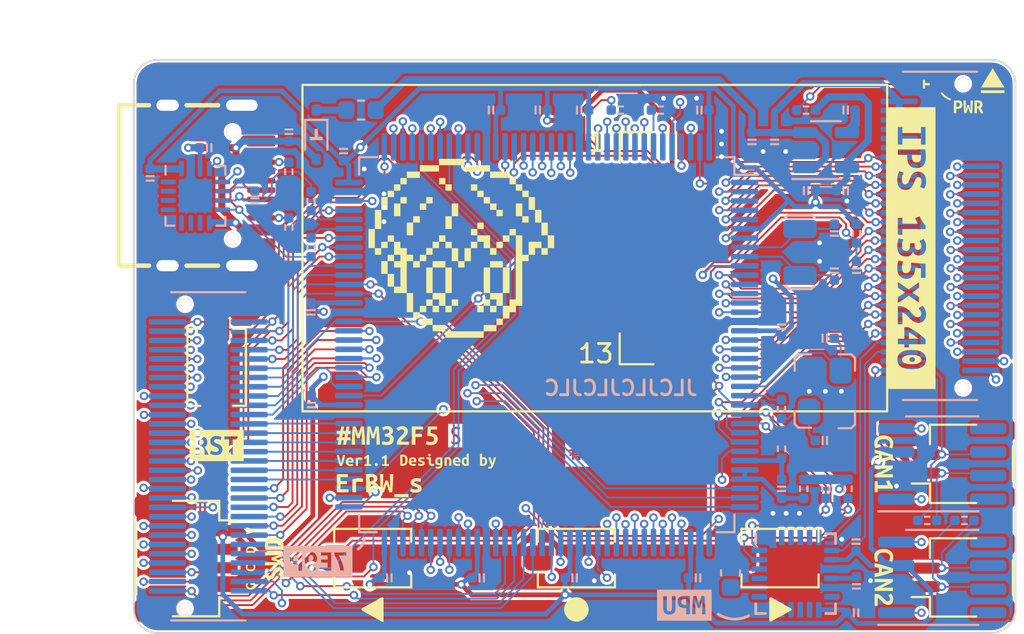
<source format=kicad_pcb>
(kicad_pcb (version 20211014) (generator pcbnew)
  (layers (0 "F.Cu" signal) (1 "In1.Cu" signal) (2 "In2.Cu" signal) (31 "B.Cu" signal) (34 "B.Paste" user) (35 "F.Paste" user) (36 "B.SilkS" user "B.Silkscreen") (37 "F.SilkS" user "F.Silkscreen") (38 "B.Mask" user) (39 "F.Mask" user) (44 "Edge.Cuts" user))
  (net 0 "")
  (net 1 "+3.3V")
  (net 2 "GND")
  (net 3 "+5VA")
  (net 4 "+5V")
  (net 5 "Net-(C8-Pad1)")
  (net 6 "/OSC32_OUT")
  (net 7 "/OSC32_IN")
  (net 8 "/RST")
  (net 9 "/OSC_IN")
  (net 10 "GNDA")
  (net 11 "+3.3VA")
  (net 12 "/IPS_SDA")
  (net 13 "/IPS_SCL")
  (net 14 "/IPS_DC")
  (net 15 "/IPS_RES")
  (net 16 "/IPS_CS")
  (net 17 "Net-(J2-PadA5)")
  (net 18 "/USB_P")
  (net 19 "/USB_N")
  (net 21 "Net-(J2-PadB5)")
  (net 23 "/SWCLK")
  (net 24 "/SWDIO")
  (net 25 "/UART1_TX")
  (net 26 "/UART1_RX")
  (net 27 "/SERVO")
  (net 28 "/PH2")
  (net 29 "/PC11")
  (net 30 "/PC10")
  (net 31 "/PD0")
  (net 32 "/PD1")
  (net 33 "/PD3")
  (net 34 "/PG9")
  (net 35 "/PG10")
  (net 36 "/PG11")
  (net 37 "/PG12")
  (net 38 "/PG13")
  (net 39 "/PG14")
  (net 40 "/PG15")
  (net 41 "/PB3")
  (net 42 "/ENC_1LSB")
  (net 43 "/1DIR")
  (net 44 "/CAN1_H")
  (net 45 "/PE0")
  (net 46 "/CAN1_L")
  (net 47 "/PE2")
  (net 48 "/PE1")
  (net 49 "/PE3")
  (net 50 "/PE4")
  (net 51 "/TOF_SCL")
  (net 52 "/TOF_SDA")
  (net 53 "/PC13")
  (net 54 "/PF0")
  (net 55 "/PF1")
  (net 56 "/PF2")
  (net 57 "/PF3")
  (net 58 "/PF4")
  (net 59 "/PF5")
  (net 60 "/PF6")
  (net 61 "/PF7")
  (net 62 "/PF8")
  (net 63 "/PF9")
  (net 64 "/PF10")
  (net 65 "/AUX_SCL")
  (net 66 "/AUX_SDA")
  (net 67 "/CAM_TXD")
  (net 68 "/CAM_PLCK")
  (net 69 "/CAM_VSYNC")
  (net 70 "/CAM_RXD")
  (net 71 "/CAM_D1")
  (net 72 "/CAM_D0")
  (net 73 "/CAM_D3")
  (net 74 "/CAM_D2")
  (net 75 "/CAM_D5")
  (net 76 "/CAM_D4")
  (net 77 "/CAM_D7")
  (net 78 "/CAM_D6")
  (net 79 "/ELEMAG1")
  (net 80 "/2PWM")
  (net 81 "/ELEMAG2")
  (net 82 "/2DIR")
  (net 83 "/ELEMAG3")
  (net 84 "/1PWM")
  (net 85 "/ELEMAG4")
  (net 86 "/ELEMAG5")
  (net 87 "/ADC_DIS")
  (net 88 "/PC5")
  (net 89 "/ADC_VBAT")
  (net 90 "/PB1")
  (net 91 "/PB0")
  (net 92 "/PF11")
  (net 93 "/PB2-BOOT1")
  (net 94 "/PF13")
  (net 95 "/PF12")
  (net 96 "/PF15")
  (net 97 "/PF14")
  (net 98 "/PE10")
  (net 99 "/PE9")
  (net 100 "/MAPLE_CLK")
  (net 101 "/MAPLE_CS")
  (net 102 "/MAPLE_MISO")
  (net 103 "/CAN2_L")
  (net 104 "/MAPLE_MOSI")
  (net 105 "/CAN2_H")
  (net 106 "/PB10")
  (net 107 "/PE15")
  (net 108 "/PB14")
  (net 109 "/PB11")
  (net 110 "/PD8")
  (net 111 "/PB15")
  (net 112 "/PD10")
  (net 113 "/PD9")
  (net 114 "/ENC_1DIR")
  (net 115 "/PD11")
  (net 116 "/PD15")
  (net 117 "/ENCODER_A")
  (net 118 "/KEY_CENTER")
  (net 119 "/PC8")
  (net 120 "/ENCODER_B")
  (net 121 "/PA8")
  (net 122 "/PC9")
  (net 123 "/PA10")
  (net 124 "/PA9")
  (net 125 "/OSC_OUT")
  (net 126 "/IMU_SCL")
  (net 127 "/IMU_SDA")
  (net 135 "/CAN1_D")
  (net 136 "/CAN1_R")
  (net 137 "/CAN2_D")
  (net 138 "/CAN2_R")
  (net 142 "/LEDK")
  (net 143 "Net-(C5-Pad1)")
  (net 144 "Net-(D1-Pad1)")
  (net 145 "Net-(D2-Pad1)")
  (net 146 "Net-(C25-Pad1)")
  (net 147 "Net-(C30-Pad1)")
  (net 148 "Net-(C31-Pad1)")
  (net 165 "Net-(R7-Pad2)")
  (net 166 "Net-(R10-Pad1)")
  (net 167 "Net-(R11-Pad1)")
  (net 168 "/ENC_2DIR")
  (net 169 "/ENC_2LSB")
  (net 170 "/PI1")
  (net 171 "/PI0")
  (footprint "kibuzzard-63AA82B8" (layer "F.Cu") (at 80.645 65.3288)
    (fp_text reference "kibuzzard-63AA82B8" hide)
    (fp_text value "G***" hide)
  )
  (footprint "kibuzzard-63AB0F85" (layer "F.Cu") (at 116.586 66.3194 -90)
    (fp_text reference "kibuzzard-63AB0F85" hide)
    (fp_text value "G***" hide)
  )
  (footprint "kibuzzard-63AD150D" (layer "F.Cu") (at 94.488 64.7954)
    (fp_text reference "kibuzzard-63AD150D" hide)
    (fp_text value "G***" hide)
  )
  (footprint "ErBW_s:USB-Type-C_SMD_16P" (layer "F.Cu") (at 80.5238 51.308 -90)
    (property "Reference" "J?")
    (property "Value" "USB-Type-C")
    (fp_text reference "J2" hide)
    (fp_text value "USB-Type-C" hide)
  )
  (footprint "ErBW_s:BUTTON_3x4" (layer "F.Cu") (at 80.645 61.1124 90)
    (fp_text reference "SW1" hide)
    (fp_text value "3x4")
  )
  (footprint "kibuzzard-63AB0AFB" (layer "F.Cu") (at 82.4738 71.9328 90)
    (fp_text reference "kibuzzard-63AB0AFB" hide)
    (fp_text value "G***" hide)
  )
  (footprint "ErBW_s:IPS114" (layer "F.Cu") (at 102.4186 54.6862)
    (fp_text reference "J1" hide)
    (fp_text value "IPS114")
  )
  (footprint "kibuzzard-63AD04A7" (layer "F.Cu") (at 93.1164 66.167)
    (fp_text reference "kibuzzard-63AD04A7" hide)
    (fp_text value "G***" hide)
  )
  (footprint "kibuzzard-63AB0B06" (layer "F.Cu") (at 82.4738 69.9262 90)
    (fp_text reference "kibuzzard-63AB0B06" hide)
    (fp_text value "G***" hide)
  )
  (footprint "kibuzzard-63AD073A" (layer "F.Cu") (at 89.408 67.4878)
    (fp_text reference "kibuzzard-63AD073A" hide)
    (fp_text value "G***" hide)
  )
  (footprint "ErBW_s:LED_0402" (layer "F.Cu") (at 118.872 45.847)
    (fp_text reference "D2" hide)
    (fp_text value "GREEN")
  )
  (footprint "kibuzzard-63AB0AE9" (layer "F.Cu") (at 82.4738 70.9422 90)
    (fp_text reference "kibuzzard-63AB0AE9" hide)
    (fp_text value "G***" hide)
  )
  (footprint "kibuzzard-63ADB79A" (layer "F.Cu") (at 88.519 66.1416)
    (fp_text reference "kibuzzard-63ADB79A" hide)
    (fp_text value "G***" hide)
  )
  (footprint "ErBW_s:BUTTON_3x4" (layer "F.Cu") (at 89.0524 71.3994)
    (fp_text reference "SW2" hide)
    (fp_text value "3x4")
  )
  (footprint "Connector_JST:JST_SH_SM02B-SRSS-TB_1x02-1MP_P1.00mm_Horizontal" (layer "F.Cu") (at 120.859 66.3194 90)
    (property "Reference" "J?")
    (property "Value" "SH1.0_2P")
    (fp_text reference "J6" hide)
    (fp_text value "SH1.0_2P" hide)
  )
  (footprint "kibuzzard-63A84400" (layer "F.Cu") (at 118.0904 54.6862 -90)
    (fp_text reference "kibuzzard-63A84400" hide)
    (fp_text value "G***" hide)
  )
  (footprint "kibuzzard-63AB0B00" (layer "F.Cu") (at 82.4738 72.9234 90)
    (fp_text reference "kibuzzard-63AB0B00" hide)
    (fp_text value "G***" hide)
  )
  (footprint "kibuzzard-63BA4A79" (layer "F.Cu") (at 121.158 47.0662)
    (fp_text reference "kibuzzard-63BA4A79" hide)
    (fp_text value "G***" hide)
  )
  (footprint "kibuzzard-63AB0F9D" (layer "F.Cu") (at 116.586 72.4408 -90)
    (fp_text reference "kibuzzard-63AB0F9D" hide)
    (fp_text value "G***" hide)
  )
  (footprint "Connector_JST:JST_SH_SM02B-SRSS-TB_1x02-1MP_P1.00mm_Horizontal" (layer "F.Cu") (at 120.859 72.4408 90)
    (fp_text reference "J7" hide)
    (fp_text value "SH1.0_2P" hide)
  )
  (footprint "ErBW_s:BUTTON_3x4" (layer "F.Cu") (at 110.998 71.3994)
    (fp_text reference "SW3" hide)
    (fp_text value "3x4")
  )
  (footprint "kibuzzard-63AB089E" (layer "F.Cu") (at 83.7438 71.4248 90)
    (fp_text reference "kibuzzard-63AB089E" hide)
    (fp_text value "G***" hide)
  )
  (footprint "kibuzzard-63AD06F8" (layer "F.Cu") (at 89.8398 64.7954)
    (fp_text reference "kibuzzard-63AD06F8" hide)
    (fp_text value "G***" hide)
  )
  (footprint "ErBW_s:ErBW_s_1x1cm" (layer "F.Cu") (at 93.8276 54.6862)
    (fp_text reference "G***" hide)
    (fp_text value "LOGO" hide)
  )
  (footprint "Connector_JST:JST_SH_SM04B-SRSS-TB_1x04-1MP_P1.00mm_Horizontal" (layer "F.Cu") (at 78.9998 71.4248 -90)
    (fp_text reference "J5" hide)
    (fp_text value "SH1.0_4P" hide)
  )
  (footprint "ErBW_s:BUTTON_3x4" (layer "F.Cu") (at 100.0252 71.3994)
    (fp_text reference "SW4" hide)
    (fp_text value "3x4")
  )
  (footprint "ErBW_s:R_0402" (layer "B.Cu") (at 118.9286 69.3674 180)
    (fp_text reference "R8" hide)
    (fp_text value "120R")
  )
  (footprint "ErBW_s:R_0402" (layer "B.Cu") (at 120.9352 69.3674)
    (fp_text reference "R9" hide)
    (fp_text value "120R")
  )
  (footprint "ErBW_s:C_0402" (layer "B.Cu") (at 82.7024 52.1208 -90)
    (fp_text reference "C8" hide)
    (fp_text value "100nF")
  )
  (footprint "ErBW_s:C_0402" (layer "B.Cu") (at 89.9472 72.4662 180)
    (fp_text reference "C19" hide)
    (fp_text value "100nF")
  )
  (footprint "ErBW_s:R_0402" (layer "B.Cu") (at 115.1186 53.8988 -90)
    (fp_text reference "R12" hide)
    (fp_text value "10K")
  )
  (footprint "Capacitor_SMD:C_0603_1608Metric" (layer "B.Cu") (at 108.331 72.1992 90)
    (fp_text reference "C30" hide)
    (fp_text value "2.2nF")
  )
  (footprint "ErBW_s:R_0402" (layer "B.Cu") (at 111.08 65.5066 90)
    (fp_text reference "R2" hide)
    (fp_text value "0R")
  )
  (footprint "ErBW_s:C_0402" (layer "B.Cu") (at 114.5344 51.5874)
    (fp_text reference "C1" hide)
    (fp_text value "100nF")
  )
  (footprint "ErBW_s:C_0402" (layer "B.Cu") (at 94.9256 72.4662 180)
    (fp_text reference "C13" hide)
    (fp_text value "100nF")
  )
  (footprint "ErBW_s:R_0402" (layer "B.Cu") (at 111.0742 63.373 -90)
    (fp_text reference "R13" hide)
    (fp_text value "510R")
  )
  (footprint "ErBW_s:C_0402" (layer "B.Cu") (at 95.427801 47.244)
    (fp_text reference "C11" hide)
    (fp_text value "100nF")
  )
  (footprint "ErBW_s:C_0402" (layer "B.Cu") (at 115.0932 70.5104 -90)
    (fp_text reference "C28" hide)
    (fp_text value "10nF")
  )
  (footprint "Fuse:Fuse_0603_1608Metric" (layer "B.Cu") (at 88.4232 47.244)
    (fp_text reference "F1" hide)
    (fp_text value "500mA")
  )
  (footprint "ErBW_s:C_0402" (layer "B.Cu") (at 111.08 58.928 -90)
    (fp_text reference "C14" hide)
    (fp_text value "100nF")
  )
  (footprint "ErBW_s:C_0402" (layer "B.Cu") (at 106.6546 47.244)
    (fp_text reference "C21" hide)
    (fp_text value "100nF")
  )
  (footprint "Package_DFN_QFN:QFN-16-1EP_3x3mm_P0.5mm_EP1.7x1.7mm" (layer "B.Cu") (at 79.502 51.8668 -90)
    (property "Reference" "U?")
    (property "Value" "CH343P")
    (fp_text reference "U2" hide)
    (fp_text value "CH343P")
  )
  (footprint "Sensor_Motion:InvenSense_QFN-24_4x4mm_P0.5mm" (layer "B.Cu") (at 111.8362 72.2376 -90)
    (fp_text reference "U6" hide)
    (fp_text value "MPU-6050" hide)
  )
  (footprint "ErBW_s:C_0402" (layer "B.Cu") (at 115.1186 55.9054 -90)
    (fp_text reference "C24" hide)
    (fp_text value "100nF")
  )
  (footprint "ErBW_s:BTB_Connector_02x30" (layer "B.Cu") (at 80.1936 65.913)
    (fp_text reference "J4" hide)
    (fp_text value "BTB_02x30")
  )
  (footprint "Package_SO:SOIC-8_3.9x4.9mm_P1.27mm" (layer "B.Cu") (at 119.7356 72.4408)
    (fp_text reference "U4" hide)
    (fp_text value "SN65HVD232" hide)
  )
  (footprint "ErBW_s:Crystal_SMD_3225_4P" (layer "B.Cu") (at 113.411 62.3914 90)
    (fp_text reference "Y2" hide)
    (fp_text value "8MHz")
  )
  (footprint "ErBW_s:R_0402" (layer "B.Cu") (at 114.6614 67.6656 -90)
    (fp_text reference "R14" hide)
    (fp_text value "4.7K")
  )
  (footprint "kibuzzard-63AD0220" (layer "B.Cu") (at 86.106 71.5772 180)
    (fp_text reference "kibuzzard-63AD0220" hide)
    (fp_text value "G***" hide)
  )
  (footprint "ErBW_s:C_0402" (layer "B.Cu") (at 77.0636 50.927 -90)
    (fp_text reference "C6" hide)
    (fp_text value "100nF")
  )
  (footprint "ErBW_s:R_0402" (layer "B.Cu") (at 85.7308 54.644399 -90)
    (fp_text reference "R11" hide)
    (fp_text value "22R")
  )
  (footprint "ErBW_s:BTB_Connector_02x30" (layer "B.Cu") (at 119.6144 54.0258 180)
    (fp_text reference "J3" hide)
    (fp_text value "BTB_02x30")
  )
  (footprint "ErBW_s:C_0402" (layer "B.Cu") (at 85.7308 58.1496 90)
    (fp_text reference "C16" hide)
    (fp_text value "100nF")
  )
  (footprint "ErBW_s:C_0402" (layer "B.Cu") (at 87.4834 49.4538 -90)
    (fp_text reference "C20" hide)
    (fp_text value "100nF")
  )
  (footprint "ErBW_s:C_0402" (layer "B.Cu") (at 84.537 48.4124 -90)
    (fp_text reference "C9" hide)
    (fp_text value "100nF")
  )
  (footprint "Package_QFP:LQFP-144_20x20mm_P0.5mm" (layer "B.Cu") (at 98.4308 59.8932 180)
    (fp_text reference "U5" hide)
    (fp_text value "MM32F5277E9P")
  )
  (footprint "ErBW_s:C_0402" (layer "B.Cu") (at 115.1128 72.9234 -90)
    (fp_text reference "C31" hide)
    (fp_text value "100nF")
  )
  (footprint "ErBW_s:C_0402" (layer "B.Cu") (at 115.0932 74.3458 180)
    (fp_text reference "C29" hide)
    (fp_text value "100nF" hide)
  )
  (footprint "ErBW_s:Crystal_SMD_3215_FC-135_2P" (layer "B.Cu") (at 112.0706 54.8984 -90)
    (fp_text reference "Y1" hide)
    (fp_text value "32.768KHz")
  )
  (footprint "ErBW_s:C_0402" (layer "B.Cu") (at 106.5784 72.4662 180)
    (fp_text reference "C17" hide)
    (fp_text value "100nF")
  )
  (footprint "ErBW_s:C_0402" (layer "B.Cu") (at 110.7045 48.961 90)
    (fp_text reference "C4" hide)
    (fp_text value "100nF")
  )
  (footprint "ErBW_s:R_0402" (layer "B.Cu") (at 112.2738 67.6656 90)
    (fp_text reference "R3" hide)
    (fp_text value "0R")
  )
  (footprint "ErBW_s:C_0402" (layer "B.Cu") (at 113.411 65.0584)
    (fp_text reference "C25" hide)
    (fp_text value "18pF")
  )
  (footprint "Package_TO_SOT_SMD:SOT-23-5" (layer "B.Cu") (at 113.4676 49.403)
    (fp_text reference "U1" hide)
    (fp_text value "RT9013-33GB")
  )
  (footprint "ErBW_s:SOD-323" (layer "B.Cu") (at 86.0102 48.573 90)
    (fp_text reference "D1" hide)
    (fp_text value "1N5819")
  )
  (footprint "ErBW_s:C_0402" (layer "B.Cu") (at 85.7504 63.1444 90)
    (fp_text reference "C12" hide)
    (fp_text value "100nF")
  )
  (footprint "ErBW_s:C_0402" (layer "B.Cu") (at 113.9248 53.8988 -90)
    (fp_text reference "C23" hide)
    (fp_text value "18pF")
  )
  (footprint "ErBW_s:C_0402" (layer "B.Cu") (at 113.411 59.5466 180)
    (fp_text reference "C26" hide)
    (fp_text value "18pF")
  )
  (footprint "ErBW_s:C_0402" (layer "B.Cu") (at 99.9294 72.4662 180)
    (fp_text reference "C18" hide)
    (fp_text value "100nF")
  )
  (footprint "ErBW_s:C_0402" (layer "B.Cu") (at 111.08 67.6656 -90)
    (fp_text reference "C27" hide)
    (fp_text value "100nF")
  )
  (footprint "ErBW_s:R_0402" (layer "B.Cu") (at 84.5327 50.5714 -90)
    (fp_text reference "R4" hide)
    (fp_text value "4.7K")
  )
  (footprint "ErBW_s:C_0402" (layer "B.Cu") (at 109.4853 48.961 90)
    (fp_text reference "C3" hide)
    (fp_text value "10uF")
  )
  (footprint "ErBW_s:C_0402" (layer "B.Cu") (at 80.2386 49.276)
    (fp_text reference "C7" hide)
    (fp_text value "100nF")
  )
  (footprint "kibuzzard-63AD01A8" (layer "B.Cu") (at 105.8418 73.9394 180)
    (fp_text reference "kibuzzard-63AD01A8" hide)
    (fp_text value "G***" hide)
  )
  (footprint "ErBW_s:R_0402" (layer "B.Cu") (at 85.7308 52.1552 90)
    (fp_text reference "R10" hide)
    (fp_text value "22R")
  )
  (footprint "ErBW_s:R_0402" (layer "B.Cu") (at 102.4128 47.244 180)
    (fp_text reference "R1" hide)
    (fp_text value "10R")
  )
  (footprint "ErBW_s:R_0402" (layer "B.Cu") (at 84.537 53.5686 -90)
    (fp_text reference "R6" hide)
    (fp_text value "4.7K")
  )
  (footprint "ErBW_s:R_0402" (layer "B.Cu") (at 112.4008 47.244 180)
    (fp_text reference "R5" hide)
    (fp_text value "10K")
  )
  (footprint "ErBW_s:R_0402" (layer "B.Cu") (at 113.4676 67.6656 -90)
    (fp_text reference "R15" hide)
    (fp_text value "4.7K")
  )
  (footprint "ErBW_s:C_0402" (layer "B.Cu") (at 113.9248 55.9054 90)
    (fp_text reference "C22" hide)
    (fp_text value "18pF")
  )
  (footprint "Package_SO:SOIC-8_3.9x4.9mm_P1.27mm" (layer "B.Cu") (at 119.7356 66.3194)
    (fp_text reference "U3" hide)
    (fp_text value "SN65HVD232" hide)
  )
  (footprint "ErBW_s:C_0402" (layer "B.Cu") (at 97.9482 47.244 180)
    (fp_text reference "C10" hide)
    (fp_text value "1uF")
  )
  (footprint "ErBW_s:R_0402" (layer "B.Cu") (at 104.5718 47.244 180)
    (fp_text reference "R7" hide)
    (fp_text value "10K")
  )
  (footprint "ErBW_s:C_0402" (layer "B.Cu") (at 112.4008 51.5874 180)
    (fp_text reference "C2" hide)
    (fp_text value "10uF")
  )
  (footprint "ErBW_s:C_0402" (layer "B.Cu") (at 114.5344 47.244 180)
    (fp_text reference "C5" hide)
    (fp_text value "10nF")
  )
  (footprint "ErBW_s:C_0402" (layer "B.Cu") (at 100.1776 47.244)
    (fp_text reference "C15" hide)
    (fp_text value "100nF")
  )
  (gr_arc (start 88.5952 70.3326) (mid 88.501933 70.667102) (end 88.265 70.9168) (layer "B.SilkS") (width 0.15))
  (gr_arc (start 109.30764 74.508356) (mid 108.477341 74.688471) (end 107.6706 74.422) (layer "B.SilkS") (width 0.15))
  (gr_poly (pts (xy 89.5604 74.752037) (xy 88.519 74.168) (xy 89.5604 73.583963)) (layer "F.SilkS") (width 0.15) (fill solid))
  (gr_circle (center 100.0252 74.167838) (end 100.609238 74.167838) (layer "F.SilkS") (width 0.15) (fill solid))
  (gr_arc (start 120.155401 46.669926) (mid 119.9134 46.5328) (end 119.711249 46.341741) (layer "F.SilkS") (width 0.1))
  (gr_rect (start 121.8184 46.3296) (end 123.0884 46.1772) (layer "F.SilkS") (width 0) (fill solid))
  (gr_poly (pts (xy 110.49 73.584126) (xy 111.5314 74.168164) (xy 110.49 74.7522)) (layer "F.SilkS") (width 0.15) (fill solid))
  (gr_poly (pts (xy 123.0884 46.0248) (xy 121.8184 46.025111) (xy 122.4534 44.9834)) (layer "F.SilkS") (width 0) (fill solid))
  (gr_arc (start 77.4758 75.438) (mid 76.559814 75.058586) (end 76.1804 74.1426) (layer "Edge.Cuts") (width 0.1))
  (gr_line (start 122.383 75.438) (end 77.4758 75.438) (layer "Edge.Cuts") (width 0.1))
  (gr_line (start 123.6784 45.8266) (end 123.6784 74.1426) (layer "Edge.Cuts") (width 0.1))
  (gr_arc (start 76.1804 45.8266) (mid 76.559814 44.910614) (end 77.4758 44.5312) (layer "Edge.Cuts") (width 0.1))
  (gr_line (start 76.1804 74.1426) (end 76.1804 45.8266) (layer "Edge.Cuts") (width 0.1))
  (gr_arc (start 122.383 44.5312) (mid 123.298986 44.910614) (end 123.6784 45.8266) (layer "Edge.Cuts") (width 0.1))
  (gr_line (start 77.4758 44.5312) (end 122.383 44.5312) (layer "Edge.Cuts") (width 0.1))
  (gr_arc (start 123.6784 74.1426) (mid 123.298986 75.058586) (end 122.383 75.438) (layer "Edge.Cuts") (width 0.1))
  (gr_text "2023" (at 104.0638 64.897) (layer "F.Cu") (effects (font (size 0.6 0.6) (thickness 0.12))))
  (gr_text "DHU" (at 101.727 64.9224) (layer "F.Cu") (effects (font (size 0.6 0.6) (thickness 0.12))))
  (gr_text "有人把我队名抢了队" (at 102.9462 65.8368) (layer "F.Cu") (effects (font (size 0.5 0.5) (thickness 0.1))))
  (gr_text "JLCJLCJLCJLC" (at 102.4128 62.23) (layer "B.SilkS") (effects (font (size 0.8 0.8)) (justify mirror)))
  (segment (start 98.4504 47.8028) (end 99.7966 47.8028) (width 0.254) (layer "F.Cu") (net 1))
  (segment (start 100.828562 56.7862) (end 100.38888 57.225882) (width 0.254) (layer "F.Cu") (net 1))
  (segment (start 100.828562 58.1862) (end 102.4186 58.1862) (width 0.254) (layer "F.Cu") (net 1))
  (segment (start 99.7966 47.8028) (end 101.4222 46.1772) (width 0.254) (layer "F.Cu") (net 1))
  (segment (start 82.0152 69.9248) (end 80.9998 69.9248) (width 0.254) (layer "F.Cu") (net 1))
  (segment (start 100.38888 57.225882) (end 100.38888 57.746518) (width 0.254) (layer "F.Cu") (net 1))
  (segment (start 93.8276 72.8218) (end 94.3864 73.3806) (width 0.254) (layer "F.Cu") (net 1))
  (segment (start 82.9564 70.866) (end 82.0152 69.9248) (width 0.254) (layer "F.Cu") (net 1))
  (segment (start 104.6532 58.1862) (end 102.4186 58.1862) (width 0.254) (layer "F.Cu") (net 1))
  (segment (start 85.82372 62.19346) (end 85.82372 69.12281) (width 0.254) (layer "F.Cu") (net 1))
  (segment (start 86.39678 61.6204) (end 85.82372 62.19346) (width 0.254) (layer "F.Cu") (net 1))
  (segment (start 105.1814 57.658) (end 104.6532 58.1862) (width 0.254) (layer "F.Cu") (net 1))
  (segment (start 80.9752 70.2443) (end 80.9752 69.9494) (width 0.254) (layer "F.Cu") (net 1))
  (segment (start 88.9 72.8218) (end 93.8276 72.8218) (width 0.254) (layer "F.Cu") (net 1))
  (segment (start 105.1814 47.99947) (end 105.1814 57.658) (width 0.254) (layer "F.Cu") (net 1))
  (segment (start 103.35913 46.1772) (end 105.1814 47.99947) (width 0.254) (layer "F.Cu") (net 1))
  (segment (start 102.4186 56.7862) (end 100.828562 56.7862) (width 0.254) (layer "F.Cu") (net 1))
  (segment (start 100.38888 57.746518) (end 100.828562 58.1862) (width 0.254) (layer "F.Cu") (net 1))
  (segment (start 94.3864 73.3806) (end 99.4156 73.3806) (width 0.254) (layer "F.Cu") (net 1))
  (segment (start 101.4222 46.1772) (end 103.35913 46.1772) (width 0.254) (layer "F.Cu") (net 1))
  (segment (start 80.9752 69.9494) (end 80.9998 69.9248) (width 0.254) (layer "F.Cu") (net 1))
  (segment (start 84.08053 70.866) (end 82.9564 70.866) (width 0.254) (layer "F.Cu") (net 1))
  (segment (start 85.82372 69.12281) (end 84.08053 70.866) (width 0.254) (layer "F.Cu") (net 1))
  (via (at 116.293102 66.229702) (size 0.4572) (drill 0.254) (layers "F.Cu" "B.Cu") (net 1))
  (via (at 98.4504 47.8028) (size 0.4572) (drill 0.254) (layers "F.Cu" "B.Cu") (net 1))
  (via (at 99.4156 73.3806) (size 0.4572) (drill 0.254) (layers "F.Cu" "B.Cu") (net 1))
  (via (at 88.387455 49.246055) (size 0.4572) (drill 0.254) (layers "F.Cu" "B.Cu") (net 1))
  (via (at 110.617 56.3372) (size 0.4572) (drill 0.254) (layers "F.Cu" "B.Cu") (net 1))
  (via (at 112.9088 52.2166) (size 0.4572) (drill 0.254) (layers "F.Cu" "B.Cu") (net 1))
  (via (at 88.9 72.8218) (size 0.4572) (drill 0.254) (layers "F.Cu" "B.Cu") (net 1))
  (via (at 114.185853 67.677721) (size 0.4572) (drill 0.254) (layers "F.Cu" "B.Cu") (net 1))
  (via (at 80.9752 70.2443) (size 0.4572) (drill 0.254) (layers "F.Cu" "B.Cu") (net 1))
  (via (at 86.39678 61.6204) (size 0.4572) (drill 0.254) (layers "F.Cu" "B.Cu") (net 1))
  (via (at 93.8276 72.8218) (size 0.4572) (drill 0.254) (layers "F.Cu" "B.Cu") (net 1))
  (via (at 86.4108 58.1152) (size 0.4572) (drill 0.254) (layers "F.Cu" "B.Cu") (net 1))
  (segment (start 114.0264 51.523896) (end 114.0264 51.5874) (width 0.381) (layer "B.Cu") (net 1))
  (segment (start 113.157 52.451) (end 114.1788 52.451) (width 0.254) (layer "B.Cu") (net 1))
  (segment (start 116.84 71.8058) (end 117.2606 71.8058) (width 0.254) (layer "B.Cu") (net 1))
  (segment (start 114.1788 52.451) (end 115.1186 53.3908) (width 0.254) (layer "B.Cu") (net 1))
  (segment (start 94.6808 70.5557) (end 94.6808 72.203) (width 0.254) (layer "B.Cu") (net 1))
  (segment (start 100.6856 46.101) (end 100.710511 46.076089) (width 0.254) (layer "B.Cu") (net 1))
  (segment (start 86.4108 58.1152) (end 86.0552 58.1152) (width 0.254) (layer "B.Cu") (net 1))
  (segment (start 99.4156 72.472) (end 99.4214 72.4662) (width 0.254) (layer "B.Cu") (net 1))
  (segment (start 106.0704 72.4662) (end 106.0704 73.3552) (width 0.254) (layer "B.Cu") (net 1))
  (segment (start 115.75312 48.880902) (end 115.75312 46.875216) (width 0.381) (layer "B.Cu") (net 1))
  (segment (start 87.7683 50.2467) (end 87.4834 49.9618) (width 0.254) (layer "B.Cu") (net 1))
  (segment (start 115.0932 71.0184) (end 114.624 71.4876) (width 0.254) (layer "B.Cu") (net 1))
  (segment (start 87.7683 51.1432) (end 87.7683 50.2467) (width 0.254) (layer "B.Cu") (net 1))
  (segment (start 100.710511 46.076089) (end 98.475311 46.076089) (width 0.254) (layer "B.Cu") (net 1))
  (segment (start 109.6772 50.3428) (end 111.4933 52.1589) (width 0.254) (layer "B.Cu") (net 1))
  (segment (start 114.0264 74.9046) (end 107.569 74.9046) (width 0.254) (layer "B.Cu") (net 1))
  (segment (start 89.2556 72.4662) (end 88.9 72.8218) (width 0.254) (layer "B.Cu") (net 1))
  (segment (start 109.9582 53.6432) (end 111.4425 52.1589) (width 0.254) (layer "B.Cu") (net 1))
  (segment (start 114.6614 67.202174) (end 114.6614 67.1576) (width 0.254) (layer "B.Cu") (net 1))
  (segment (start 111.4425 52.1589) (end 111.4933 52.1589) (width 0.254) (layer "B.Cu") (net 1))
  (segment (start 115.411184 46.53328) (end 113.61952 46.53328) (width 0.381) (layer "B.Cu") (net 1))
  (segment (start 116.838404 65.6844) (end 116.293102 66.229702) (width 0.254) (layer "B.Cu") (net 1))
  (segment (start 112.9088 51.5874) (end 112.9088 52.2028) (width 0.254) (layer "B.Cu") (net 1))
  (segment (start 115.0932 71.0184) (end 115.8806 71.8058) (width 0.254) (layer "B.Cu") (net 1))
  (segment (start 80.9752 73.3552) (end 80.9752 70.2443) (width 0.254) (layer "B.Cu") (net 1))
  (segment (start 106.1808 72.3558) (end 106.0704 72.4662) (width 0.254) (layer "B.Cu") (net 1))
  (segment (start 89.6808 72.2246) (end 89.4392 72.4662) (width 0.254) (layer "B.Cu") (net 1))
  (segment (start 115.75312 46.875216) (end 115.411184 46.53328) (width 0.381) (layer "B.Cu") (net 1))
  (segment (start 107.569 74.9046) (end 106.045 73.3806) (width 0.254) (layer "B.Cu") (net 1))
  (segment (start 94.6808 72.203) (end 94.4176 72.4662) (width 0.254) (layer "B.Cu") (net 1))
  (segment (start 112.9088 52.2166) (end 112.9088 51.5874) (width 0.254) (layer "B.Cu") (net 1))
  (segment (start 86.2572 63.1432) (end 87.7683 63.1432) (width 0.254) (layer "B.Cu") (net 1))
  (segment (start 115.9002 70.866) (end 116.84 71.8058) (width 0.254) (layer "B.Cu") (net 1))
  (segment (start 114.6614 67.1576) (end 112.2738 67.1576) (width 0.508) (layer "B.Cu") (net 1))
  (segment (start 82.041519 74.421519) (end 80.9752 73.3552) (width 0.254) (layer "B.Cu") (net 1))
  (segment (start 114.427 74.1876) (end 114.5852 74.3458) (width 0.254) (layer "B.Cu") (net 1))
  (segment (start 118.75681 74.92472) (end 119.125511 74.556019) (width 0.254) (layer "B.Cu") (net 1))
  (segment (start 99.6808 72.2068) (end 99.4214 72.4662) (width 0.254) (layer "B.Cu") (net 1))
  (segment (start 117.7798 71.8058) (end 117.2606 71.8058) (width 0.254) (layer "B.Cu") (net 1))
  (segment (start 80.79592 46.20408) (end 77.0636 49.9364) (width 0.254) (layer "B.Cu") (net 1))
  (segment (start 98.374681 74.421519) (end 82.041519 74.421519) (width 0.254) (layer "B.Cu") (net 1))
  (segment (start 109.0933 53.6432) (end 109.9582 53.6432) (width 0.254) (layer "B.Cu") (net 1))
  (segment (start 114.6051 50.028922) (end 115.75312 48.880902) (width 0.381) (layer "B.Cu") (net 1))
  (segment (start 117.2606 65.6844) (end 116.838404 65.6844) (width 0.254) (layer "B.Cu") (net 1))
  (segment (start 77.0636 50.419) (end 78.613 50.419) (width 0.381) (layer "B.Cu") (net 1))
  (segment (start 98.4562 47.797) (end 98.4504 47.8028) (width 0.254) (layer "B.Cu") (net 1))
  (segment (start 99.6808 70.5557) (end 99.6808 72.2068) (width 0.254) (layer "B.Cu") (net 1))
  (segment (start 111.7854 52.451) (end 112.6744 52.451) (width 0.254) (layer "B.Cu") (net 1))
  (segment (start 114.185853 67.677721) (end 114.6614 67.202174) (width 0.254) (layer "B.Cu") (net 1))
  (segment (start 91.557422 46.076089) (end 87.671711 49.9618) (width 0.254) (layer "B.Cu") (net 1))
  (segment (start 100.6808 47.2488) (end 100.6856 47.244) (width 0.254) (layer "B.Cu") (net 1))
  (segment (start 106.1808 70.5557) (end 106.1808 72.3558) (width 0.254) (layer "B.Cu") (net 1))
  (segment (start 100.6808 49.2307) (end 100.6808 47.2488) (width 0.254) (layer "B.Cu") (net 1))
  (segment (start 115.8806 71.8058) (end 117.2606 71.8058) (width 0.254) (layer "B.Cu") (net 1))
  (segment (start 95.935801 46.076579) (end 95.935311 46.076089) (width 0.254) (layer "B.Cu") (net 1))
  (segment (start 89.6808 70.5557) (end 89.6808 72.2246) (width 0.254) (layer "B.Cu") (net 1))
  (segment (start 99.4156 73.3806) (end 98.3996 74.3966) (width 0.254) (layer "B.Cu") (net 1))
  (segment (start 98.4562 47.244) (end 98.4562 47.797) (width 0.254) (layer "B.Cu") (net 1))
  (segment (start 114.5852 74.3458) (end 114.0264 74.9046) (width 0.254) (layer "B.Cu") (net 1))
  (segment (start 107.187511 46.076089) (end 107.515229 46.076089) (width 0.254) (layer "B.Cu") (net 1))
  (segment (start 85.2424 47.8028) (end 85.2424 47.2948) (width 0.254) (layer "B.Cu") (net 1))
  (segment (start 115.9002 66.622604) (end 115.9002 70.866) (width 0.254) (layer "B.Cu") (net 1))
  (segment (start 111.4933 52.1589) (end 111.7854 52.451) (width 0.254) (layer "B.Cu") (net 1))
  (segment (start 114.6051 50.945196) (end 114.0264 51.523896) (width 0.381) (layer "B.Cu") (net 1))
  (segment (start 85.7504 62.6364) (end 85.7504 62.26678) (width 0.254) (layer "B.Cu") (net 1))
  (segment (start 106.0704 73.3552) (end 106.045 73.3806) (width 0.254) (layer "B.Cu") (net 1))
  (segment (start 87.4014 49.9618) (end 85.2424 47.8028) (width 0.254) (layer "B.Cu") (net 1))
  (segment (start 111.61292 57.338725) (end 111.61292 58.90308) (width 0.254) (layer "B.Cu") (net 1))
  (segment (start 111.61292 58.90308) (end 111.08 59.436) (width 0.254) (layer "B.Cu") (net 1))
  (segment (start 85.7308 57.7908) (end 85.7308 57.6416) (width 0.254) (layer "B.Cu") (net 1))
  (segment (start 116.293102 66.229702) (end 115.9002 66.622604) (width 0.254) (layer "B.Cu") (net 1))
  (segment (start 84.15168 46.20408) (end 80.79592 46.20408) (width 0.254) (layer "B.Cu") (net 1))
  (segment (start 77.0636 49.9364) (end 77.0636 50.419) (width 0.254) (layer "B.Cu") (net 1))
  (segment (start 85.7504 62.26678) (end 86.39678 61.6204) (width 0.254) (layer "B.Cu") (net 1))
  (segment (start 114.6051 50.353) (end 114.6051 50.945196) (width 0.381) (layer "B.Cu") (net 1))
  (segment (start 113.61952 46.53328) (end 112.9088 47.244) (width 0.381) (layer "B.Cu") (net 1))
  (segment (start 95.935311 46.076089) (end 91.557422 46.076089) (width 0.254) (layer "B.Cu") (net 1))
  (segment (start 86.0552 58.1152) (end 85.7308 57.7908) (width 0.254) (layer "B.Cu") (net 1))
  (segment (start 119.125511 73.151511) (end 117.7798 71.8058) (width 0.254) (layer "B.Cu") (net 1))
  (segment (start 85.7504 62.6364) (end 86.2572 63.1432) (width 0.254) (layer "B.Cu") (net 1))
  (segment (start 98.4562 46.0952) (end 98.475311 46.076089) (width 0.254) (layer "B.Cu") (net 1))
  (segment (start 95.6808 49.2307) (end 95.6808 47.499001) (width 0.254) (layer "B.Cu") (net 1))
  (segment (start 85.7308 57.6416) (end 87.7667 57.6416) (width 0.254) (layer "B.Cu") (net 1))
  (segment (start 107.515229 46.076089) (end 108.48167 47.04253) (width 0.254) (layer "B.Cu") (net 1))
  (segment (start 111.08 59.436) (end 110.7872 59.1432) (width 0.254) (layer "B.Cu") (net 1))
  (segment (start 110.617 56.342805) (end 111.61292 57.338725) (width 0.254) (layer "B.Cu") (net 1))
  (segment (start 87.671711 49.9618) (end 87.4834 49.9618) (width 0.254) (layer "B.Cu") (net 1))
  (segment (start 113.0862 74.1876) (end 114.427 74.1876) (width 0.254) (layer "B.Cu") (net 1))
  (segment (start 114.5852 74.3458) (end 115.16412 74.92472) (width 0.254) (layer "B.Cu") (net 1))
  (segment (start 93.8276 72.8218) (end 94.1832 72.4662) (width 0.254) (layer "B.Cu") (net 1))
  (segment (start 87.4834 49.9618) (end 87.4014 49.9618) (width 0.254) (layer "B.Cu") (net 1))
  (segment (start 115.16412 74.92472) (end 118.75681 74.92472) (width 0.254) (layer "B.Cu") (net 1))
  (segment (start 109.0422 50.3428) (end 109.6772 50.3428) (width 0.254) (layer "B.Cu") (net 1))
  (segment (start 112.9088 52.2028) (end 113.157 52.451) (width 0.254) (layer "B.Cu") (net 1))
  (segment (start 87.7667 57.6416) (end 87.7683 57.6432) (width 0.254) (layer "B.Cu") (net 1))
  (segment (start 98.475311 46.076089) (end 95.935311 46.076089) (width 0.254) (layer "B.Cu") (net 1))
  (segment (start 114.6051 50.353) (end 114.6051 50.028922) (width 0.381) (layer "B.Cu") (net 1))
  (segment (start 94.1832 72.4662) (end 94.4176 72.4662) (width 0.254) (layer "B.Cu") (net 1))
  (segment (start 108.48167 47.04253) (end 108.48167 49.78227) (width 0.254) (layer "B.Cu") (net 1))
  (segment (start 85.2424 47.2948) (end 84.15168 46.20408) (width 0.254) (layer "B.Cu") (net 1))
  (segment (start 107.187511 46.076089) (end 100.710511 46.076089) (width 0.254) (layer "B.Cu") (net 1))
  (segment (start 100.6856 47.244) (end 100.6856 46.101) (width 0.254) (layer "B.Cu") (net 1))
  (segment (start 114.624 71.4876) (end 113.6396 71.4876) (width 0.254) (layer "B.Cu") (net 1))
  (segment (start 99.4156 73.3806) (end 99.4156 72.472) (width 0.254) (layer "B.Cu") (net 1))
  (segment (start 98.4562 47.244) (end 98.4562 46.0952) (width 0.254) (layer "B.Cu") (net 1))
  (segment (start 119.125511 74.556019) (end 119.125511 73.151511) (width 0.254) (layer "B.Cu") (net 1))
  (segment (start 95.935801 47.244) (end 95.935801 46.076579) (width 0.254) (layer "B.Cu") (net 1))
  (segment (start 108.48167 49.78227) (end 109.0422 50.3428) (width 0.254) (layer "B.Cu") (net 1))
  (segment (start 95.6808 47.499001) (end 95.935801 47.244) (width 0.254) (layer "B.Cu") (net 1))
  (segment (start 107.1808 47.2622) (end 107.1626 47.244) (width 0.254) (layer "B.Cu") (net 1))
  (segment (start 110.7872 59.1432) (end 109.0933 59.1432) (width 0.254) (layer "B.Cu") (net 1))
  (segment (start 98.3996 74.3966) (end 98.374681 74.421519) (width 0.254) (layer "B.Cu") (net 1))
  (segment (start 107.1626 47.244) (end 107.1626 46.101) (width 0.254) (layer "B.Cu") (net 1))
  (segment (start 107.1626 46.101) (end 107.187511 46.076089) (width 0.254) (layer "B.Cu") (net 1))
  (segment (start 112.6744 52.451) (end 112.9088 52.2166) (width 0.254) (layer "B.Cu") (net 1))
  (segment (start 106.045 73.3806) (end 99.4156 73.3806) (width 0.254) (layer "B.Cu") (net 1))
  (segment (start 112.9088 51.5874) (end 114.0264 51.5874) (width 0.381) (layer "B.Cu") (net 1))
  (segment (start 89.4392 72.4662) (end 89.2556 72.4662) (width 0.254) (layer "B.Cu") (net 1))
  (segment (start 107.1808 49.2307) (end 107.1808 47.2622) (width 0.254) (layer "B.Cu") (net 1))
  (segment (start 110.617 56.3372) (end 110.617 56.342805) (width 0.254) (layer "B.Cu") (net 1))
  (via (at 107.8484 49.0728) (size 0.4572) (drill 0.254) (layers "F.Cu" "B.Cu") (net 2))
  (via (at 114.6048 52.1462) (size 0.4572) (drill 0.254) (layers "F.Cu" "B.Cu") (net 2))
  (via (at 110.0836 49.4792) (size 0.4572) (drill 0.254) (layers "F.Cu" "B.Cu") (net 2))
  (via (at 112.5728 62.4078) (size 0.4572) (drill 0.254) (layers "F.Cu" "B.Cu") (net 2))
  (via (at 114.3 62.4078) (size 0.4572) (drill 0.254) (layers "F.Cu" "B.Cu") (net 2))
  (via (at 113.1316 55.3974) (size 0.4572) (drill 0.254) (layers "F.Cu" "B.Cu") (net 2))
  (via (at 89.662 53.2638) (size 0.4572) (drill 0.254) (layers "F.Cu" "B.Cu") (net 2))
  (via (at 89.662 51.7652) (size 0.4572) (drill 0.254) (layers "F.Cu" "B.Cu") (net 2))
  (via (at 111.3282 68.9864) (size 0.4572) (drill 0.254) (layers "F.Cu" "B.Cu") (net 2))
  (via (at 107.8484 48.387) (size 0.4572) (drill 0.254) (layers "F.Cu" "B.Cu") (net 2))
  (via (at 100.9904 72.6186) (size 0.4572) (drill 0.254) (layers "F.Cu" "B.Cu") (net 2))
  (via (at 88.5952 50.419) (size 0.4572) (drill 0.254) (layers "F.Cu" "B.Cu") (net 2))
  (via (at 91.0336 72.1868) (size 0.4572) (drill 0.254) (layers "F.Cu" "B.Cu") (net 2))
  (via (at 117.2718 67.5132) (size 0.4572) (drill 0.254) (layers "F.Cu" "B.Cu") (net 2))
  (via (at 113.4364 62.4078) (size 0.4572) (drill 0.254) (layers "F.Cu" "B.Cu") (net 2))
  (via (at 106.5022 46.609) (size 0.4572) (drill 0.254) (layers "F.Cu" "B.Cu") (net 2))
  (via (at 112.0394 68.9864) (size 0.4572) (drill 0.254) (layers "F.Cu" "B.Cu") (net 2))
  (via (at 115.8748 72.6186) (size 0.4572) (drill 0.254) (layers "F.Cu" "B.Cu") (net 2))
  (via (at 110.617 68.9864) (size 0.4572) (drill 0.254) (layers "F.Cu" "B.Cu") (net 2))
  (via (at 104.7242 46.609) (size 0.4572) (drill 0.254) (layers "F.Cu" "B.Cu") (net 2))
  (via (at 111.3028 49.4792) (size 0.4572) (drill 0.254) (layers "F.Cu" "B.Cu") (net 2))
  (via (at 113.1316 54.4068) (size 0.4572) (drill 0.254) (layers "F.Cu" "B.Cu") (net 2))
  (via (at 114.3254 70.3834) (size 0.4572) (drill 0.254) (layers "F.Cu" "B.Cu") (net 2))
  (via (at 89.662 52.5018) (size 0.4572) (drill 0.254) (layers "F.Cu" "B.Cu") (net 2))
  (via (at 107.8484 49.7586) (size 0.4572) (drill 0.254) (layers "F.Cu" "B.Cu") (net 2))
  (segment (start 112.900631 50.353) (end 112.3301 50.353) (width 0.381) (layer "B.Cu") (net 3))
  (segment (start 117.4144 46.7758) (end 117.4144 49.2252) (width 0.381) (layer "B.Cu") (net 3))
  (segment (start 112.3301 48.453) (end 109.4853 48.453) (width 0.381) (layer "B.Cu") (net 3))
  (segment (start 112.3301 48.453) (end 112.900631 48.453) (width 0.381) (layer "B.Cu") (net 3))
  (segment (start 117.4144 46.7758) (end 116.46116 45.82256) (width 0.381) (layer "B.Cu") (net 3))
  (segment (start 109.4853 48.453) (end 109.4853 47.3823) (width 0.381) (layer "B.Cu") (net 3))
  (segment (start 110.7045 47.352796) (end 110.7045 48.453) (width 0.381) (layer "B.Cu") (net 3))
  (segment (start 113.44932 49.804311) (end 112.900631 50.353) (width 0.381) (layer "B.Cu") (net 3))
  (segment (start 116.46116 45.82256) (end 112.234736 45.82256) (width 0.381) (layer "B.Cu") (net 3))
  (segment (start 112.900631 48.453) (end 113.44932 49.001689) (width 0.381) (layer "B.Cu") (net 3))
  (segment (start 90.848031 45.606669) (end 89.2107 47.244) (width 0.381) (layer "B.Cu") (net 3))
  (segment (start 112.234736 45.82256) (end 110.7045 47.352796) (width 0.381) (layer "B.Cu") (net 3))
  (segment (start 113.44932 49.001689) (end 113.44932 49.804311) (width 0.381) (layer "B.Cu") (net 3))
  (segment (start 109.4853 47.3823) (end 107.709669 45.606669) (width 0.381) (layer "B.Cu") (net 3))
  (segment (start 107.709669 45.606669) (end 90.848031 45.606669) (width 0.381) (layer "B.Cu") (net 3))
  (segment (start 81.6864 49.784) (end 80.9244 50.546) (width 0.381) (layer "F.Cu") (net 4))
  (segment (start 83.0438 49.058) (end 83.0438 48.758) (width 0.254) (layer "F.Cu") (net 4))
  (segment (start 82.16118 48.80122) (end 83.0438 48.80122) (width 0.381) (layer "F.Cu") (net 4))
  (segment (start 80.9244 52.578682) (end 82.160498 53.81478) (width 0.381) (layer "F.Cu") (net 4))
  (segment (start 79.1152 49.276) (end 81.6864 49.276) (width 0.381) (layer "F.Cu") (net 4))
  (segment (start 82.160498 53.81478) (end 83.0438 53.81478) (width 0.381) (layer "F.Cu") (net 4))
  (segment (start 81.6864 49.276) (end 82.16118 48.80122) (width 0.381) (layer "F.Cu") (net 4))
  (segment (start 81.6864 49.276) (end 81.6864 49.784) (width 0.381) (layer "F.Cu") (net 4))
  (segment (start 80.9244 50.546) (end 80.9244 52.578682) (width 0.381) (layer "F.Cu") (net 4))
  (via (at 81.6864 49.276) (size 0.4572) (drill 0.254) (layers "F.Cu" "B.Cu") (net 4))
  (via (at 79.1152 49.276) (size 0.4572) (drill 0.254) (layers "F.Cu" "B.Cu") (net 4))
  (via (at 81.660659 53.314941) (size 0.4572) (drill 0.254) (layers "F.Cu" "B.Cu") (net 4))
  (segment (start 79.1152 49.276) (end 79.7306 49.276) (width 0.381) (layer "B.Cu") (net 4))
  (segment (start 81.660659 53.314941) (end 81.660318 53.3146) (width 0.381) (layer "B.Cu") (net 4))
  (segment (start 81.660318 53.3146) (end 80.391 53.3146) (width 0.381) (layer "B.Cu") (net 4))
  (segment (start 81.6864 49.276) (end 82.042 48.9204) (width 0.381) (layer "B.Cu") (net 4))
  (segment (start 82.042 48.9204) (end 84.537 48.9204) (width 0.381) (layer "B.Cu") (net 4))
  (segment (start 84.537 48.9204) (end 85.0286 48.9204) (width 0.381) (layer "B.Cu") (net 4))
  (segment (start 79.752 49.2974) (end 79.7306 49.276) (width 0.254) (layer "B.Cu") (net 4))
  (segment (start 85.0286 48.9204) (end 86.0102 49.902) (width 0.381) (layer "B.Cu") (net 4))
  (segment (start 79.752 50.4043) (end 79.752 49.2974) (width 0.254) (layer "B.Cu") (net 4))
  (segment (start 82.503695 51.414095) (end 82.7024 51.6128) (width 0.1016) (layer "B.Cu") (net 5))
  (segment (start 81.466567 51.6168) (end 81.669272 51.414095) (width 0.1016) (layer "B.Cu") (net 5))
  (segment (start 80.9645 51.6168) (end 81.466567 51.6168) (width 0.1016) (layer "B.Cu") (net 5))
  (segment (start 81.669272 51.414095) (end 82.503695 51.414095) (width 0.1016) (layer "B.Cu") (net 5))
  (segment (start 111.0654 55.1432) (end 112.0706 56.1484) (width 0.1016) (layer "B.Cu") (net 6))
  (segment (start 113.6598 56.1484) (end 113.9248 56.4134) (width 0.1016) (layer "B.Cu") (net 6))
  (segment (start 112.0706 56.1484) (end 113.6598 56.1484) (width 0.1016) (layer "B.Cu") (net 6))
  (segment (start 109.0933 55.1432) (end 111.0654 55.1432) (width 0.1016) (layer "B.Cu") (net 6))
  (segment (start 112.0706 53.6484) (end 113.6672 53.6484) (width 0.1016) (layer "B.Cu") (net 7))
  (segment (start 111.0758 54.6432) (end 112.0706 53.6484) (width 0.1016) (layer "B.Cu") (net 7))
  (segment (start 109.0933 54.6432) (end 111.0758 54.6432) (width 0.1016) (layer "B.Cu") (net 7))
  (segment (start 113.6672 53.6484) (end 113.9248 53.3908) (width 0.1016) (layer "B.Cu") (net 7))
  (segment (start 107.711375 62.112474) (end 107.2642 62.559649) (width 0.1016) (layer "F.Cu") (net 8))
  (segment (start 89.256089 50.113344) (end 89.256089 50.948979) (width 0.1016) (layer "F.Cu") (net 8))
  (segment (start 98.50072 69.414788) (end 98.50072 64.28399) (width 0.1016) (layer "F.Cu") (net 8))
  (segment (start 107.538053 55.7022) (end 108.384732 55.7022) (width 0.1016) (layer "F.Cu") (net 8))
  (segment (start 114.1984 53.0352) (end 114.554 53.3908) (width 0.1016) (layer "F.Cu") (net 8))
  (segment (start 89.866056 49.860689) (end 89.508744 49.860689) (width 0.1016) (layer "F.Cu") (net 8))
  (segment (start 82.5784 59.0774) (end 80.645 59.0774) (width 0.1016) (layer "F.Cu") (net 8))
  (segment (start 98.50072 64.28399) (end 90.1446 55.927869) (width 0.1016) (layer "F.Cu") (net 8))
  (segment (start 80.233838 58.666238) (end 80.645 59.0774) (width 0.1016) (layer "F.Cu") (net 8))
  (segment (start 83.9978 54.149868) (end 83.9978 57.658) (width 0.1016) (layer "F.Cu") (net 8))
  (segment (start 107.2642 61.665299) (end 107.2642 55.976053) (width 0.1016) (layer "F.Cu") (net 8))
  (segment (start 107.2642 62.559649) (end 107.2642 69.7103) (width 0.1016) (layer "F.Cu") (net 8))
  (segment (start 106.76842 70.20608) (end 99.292012 70.20608) (width 0.1016) (layer "F.Cu") (net 8))
  (segment (start 107.711375 62.112474) (end 107.2642 61.665299) (width 0.1016) (layer "F.Cu") (net 8))
  (segment (start 90.1446 50.139233) (end 89.866056 49.860689) (width 0.1016) (layer "F.Cu") (net 8))
  (segment (start 107.2642 55.976053) (end 107.538053 55.7022) (width 0.1016) (layer "F.Cu") (net 8))
  (segment (start 89.508744 49.860689) (end 89.256089 50.113344) (width 0.1016) (layer "F.Cu") (net 8))
  (segment (start 90.1446 55.927869) (end 90.1446 50.139233) (width 0.1016) (layer "F.Cu") (net 8))
  (segment (start 111.051732 53.0352) (end 114.1984 53.0352) (width 0.1016) (layer "F.Cu") (net 8))
  (segment (start 88.236188 51.96888) (end 86.178788 51.96888) (width 0.1016) (layer "F.Cu") (net 8))
  (segment (start 86.178788 51.96888) (end 83.9978 54.149868) (width 0.1016) (layer "F.Cu") (net 8))
  (segment (start 108.384732 55.7022) (end 111.051732 53.0352) (width 0.1016) (layer "F.Cu") (net 8))
  (segment (start 83.9978 57.658) (end 82.5784 59.0774) (width 0.1016) (layer "F.Cu") (net 8))
  (segment (start 89.256089 50.948979) (end 88.236188 51.96888) (width 0.1016) (layer "F.Cu") (net 8))
  (segment (start 114.554 53.3908) (end 114.554 53.848) (width 0.1016) (layer "F.Cu") (net 8))
  (segment (start 107.2642 69.7103) (end 106.76842 70.20608) (width 0.1016) (layer "F.Cu") (net 8))
  (segment (start 99.292012 70.20608) (end 98.50072 69.414788) (width 0.1016) (layer "F.Cu") (net 8))
  (segment (start 79.609319 58.666238) (end 80.233838 58.666238) (width 0.1016) (layer "F.Cu") (net 8))
  (via (at 107.711375 62.112474) (size 0.4572) (drill 0.254) (layers "F.Cu" "B.Cu") (net 8))
  (via (at 114.554 53.848) (size 0.4572) (drill 0.254) (layers "F.Cu" "B.Cu") (net 8))
  (via (at 79.609319 58.666238) (size 0.4572) (drill 0.254) (layers "F.Cu" "B.Cu") (net 8))
  (segment (start 107.711375 62.39153) (end 108.463045 63.1432) (width 0.1016) (layer "B.Cu") (net 8))
  (segment (start 77.9936 58.663) (end 79.606081 58.663) (width 0.1016) (layer "B.Cu") (net 8))
  (segment (start 114.554 53.848) (end 114.5598 53.848) (width 0.1016) (layer "B.Cu") (net 8))
  (segment (start 79.606081 58.663) (end 79.609319 58.666238) (width 0.1016) (layer "B.Cu") (net 8))
  (segment (start 108.463045 63.1432) (end 109.0933 63.1432) (width 0.1016) (layer "B.Cu") (net 8))
  (segment (start 115.1186 55.3974) (end 115.1186 54.4068) (width 0.1016) (layer "B.Cu") (net 8))
  (segment (start 107.711375 62.112474) (end 107.711375 62.39153) (width 0.1016) (layer "B.Cu") (net 8))
  (segment (start 114.5598 53.848) (end 115.1186 54.4068) (width 0.1016) (layer "B.Cu") (net 8))
  (segment (start 113.919 59.5466) (end 114.261 59.8886) (width 0.1016) (layer "B.Cu") (net 9))
  (segment (start 110.23093 62.1432) (end 112.03305 60.34108) (width 0.1016) (layer "B.Cu") (net 9))
  (segment (start 114.261 59.8886) (end 114.261 61.2914) (width 0.1016) (layer "B.Cu") (net 9))
  (segment (start 112.03305 60.34108) (end 113.31068 60.34108) (width 0.1016) (layer "B.Cu") (net 9))
  (segment (start 113.31068 60.34108) (end 114.261 61.2914) (width 0.1016) (layer "B.Cu") (net 9))
  (segment (start 109.0933 62.1432) (end 110.23093 62.1432) (width 0.1016) (layer "B.Cu") (net 9))
  (segment (start 111.08 66.0146) (end 110.9514 66.1432) (width 0.254) (layer "B.Cu") (net 10))
  (segment (start 110.9514 66.1432) (end 109.0933 66.1432) (width 0.254) (layer "B.Cu") (net 10))
  (segment (start 111.08 67.1576) (end 111.08 66.0146) (width 0.254) (layer "B.Cu") (net 10))
  (segment (start 109.0933 66.6432) (end 109.0933 67.1432) (width 0.254) (layer "B.Cu") (net 11))
  (segment (start 109.0933 67.1432) (end 110.0496 67.1432) (width 0.254) (layer "B.Cu") (net 11))
  (segment (start 110.0496 67.1432) (end 111.08 68.1736) (width 0.254) (layer "B.Cu") (net 11))
  (segment (start 112.2738 68.1736) (end 111.08 68.1736) (width 0.254) (layer "B.Cu") (net 11))
  (segment (start 96.1898 50.7746) (end 96.1898 50.2158) (width 0.1016) (layer "F.Cu") (net 12))
  (segment (start 102.4186 51.8862) (end 97.3014 51.8862) (width 0.1016) (layer "F.Cu") (net 12))
  (segment (start 97.3014 51.8862) (end 96.1898 50.7746) (width 0.1016) (layer "F.Cu") (net 12))
  (via (at 96.1898 50.2158) (size 0.4572) (drill 0.254) (layers "F.Cu" "B.Cu") (net 12))
  (segment (start 96.1898 49.2397) (end 96.1808 49.2307) (width 0.1016) (layer "B.Cu") (net 12))
  (segment (start 96.1898 50.2158) (end 96.1898 49.2397) (width 0.1016) (layer "B.Cu") (net 12))
  (segment (start 95.8932 52.5862) (end 94.1832 50.8762) (width 0.1016) (layer "F.Cu") (net 13))
  (segment (start 94.1832 50.8762) (end 94.1832 50.2158) (width 0.1016) (layer "F.Cu") (net 13))
  (segment (start 102.4186 52.5862) (end 95.8932 52.5862) (width 0.1016) (layer "F.Cu") (net 13))
  (via (at 94.1832 50.2158) (size 0.4572) (drill 0.254) (layers "F.Cu" "B.Cu") (net 13))
  (segment (start 94.1832 50.2158) (end 94.1832 49.2331) (width 0.1016) (layer "B.Cu") (net 13))
  (segment (start 94.1832 49.2331) (end 94.1808 49.2307) (width 0.1016) (layer "B.Cu") (net 13))
  (segment (start 96.234668 53.2862) (end 93.751889 50.803421) (width 0.1016) (layer "F.Cu") (net 14))
  (segment (start 93.751889 50.012111) (end 93.979511 49.784489) (width 0.1016) (layer "F.Cu") (net 14))
  (segment (start 93.751889 50.803421) (end 93.751889 50.012111) (width 0.1016) (layer "F.Cu") (net 14))
  (segment (start 94.386889 49.784489) (end 94.680625 50.078225) (width 0.1016) (layer "F.Cu") (net 14))
  (segment (start 94.680625 50.078225) (end 94.680625 50.567331) (width 0.1016) (layer "F.Cu") (net 14))
  (segment (start 93.979511 49.784489) (end 94.386889 49.784489) (width 0.1016) (layer "F.Cu") (net 14))
  (segment (start 102.4186 53.2862) (end 96.234668 53.2862) (width 0.1016) (layer "F.Cu") (net 14))
  (via (at 94.680625 50.567331) (size 0.4572) (drill 0.254) (layers "F.Cu" "B.Cu") (net 14))
  (segment (start 94.680625 50.567331) (end 94.6808 50.567156) (width 0.1016) (layer "B.Cu") (net 14))
  (segment (start 94.6808 50.567156) (end 94.6808 49.2307) (width 0.1016) (layer "B.Cu") (net 14))
  (segment (start 94.742176 57.403824) (end 98.1598 53.9862) (width 0.1016) (layer "F.Cu") (net 15))
  (segment (start 98.1598 53.9862) (end 102.4186 53.9862) (width 0.1016) (layer "F.Cu") (net 15))
  (via (at 94.742176 57.403824) (size 0.4572) (drill 0.254) (layers "F.Cu" "B.Cu") (net 15))
  (segment (start 94.742176 57.403824) (end 89.5028 62.6432) (width 0.1016) (layer "B.Cu") (net 15))
  (segment (start 89.5028 62.6432) (end 87.7683 62.6432) (width 0.1016) (layer "B.Cu") (net 15))
  (segment (start 103.759 49.7078) (end 97.103833 49.7078) (width 0.1016) (layer "F.Cu") (net 16))
  (segment (start 103.829033 54.6862) (end 104.32132 54.193913) (width 0.1016) (layer "F.Cu") (net 16))
  (segment (start 96.659764 50.151869) (end 96.659764 50.603278) (width 0.1016) (layer "F.Cu") (net 16))
  (segment (start 104.32132 54.193913) (end 104.32132 50.27012) (width 0.1016) (layer "F.Cu") (net 16))
  (segment (start 104.32132 50.27012) (end 103.759 49.7078) (width 0.1016) (layer "F.Cu") (net 16))
  (segment (start 97.103833 49.7078) (end 96.659764 50.151869) (width 0.1016) (layer "F.Cu") (net 16))
  (segment (start 102.4186 54.6862) (end 103.829033 54.6862) (width 0.1016) (layer "F.Cu") (net 16))
  (via (at 96.659764 50.603278) (size 0.4572) (drill 0.254) (layers "F.Cu" "B.Cu") (net 16))
  (segment (start 96.659764 50.603278) (end 96.659764 49.251736) (width 0.1016) (layer "B.Cu") (net 16))
  (segment (start 96.659764 49.251736) (end 96.6808 49.2307) (width 0.1016) (layer "B.Cu") (net 16))
  (segment (start 83.99797 50.058) (end 84.006027 50.049943) (width 0.1016) (layer "F.Cu") (net 17))
  (segment (start 83.0438 50.058) (end 83.99797 50.058) (width 0.1016) (layer "F.Cu") (net 17))
  (via (at 84.006027 50.049943) (size 0.4572) (drill 0.254) (layers "F.Cu" "B.Cu") (net 17))
  (segment (start 84.519243 50.049943) (end 84.5327 50.0634) (width 0.1016) (layer "B.Cu") (net 17))
  (segment (start 84.006027 50.049943) (end 84.519243 50.049943) (width 0.1016) (layer "B.Cu") (net 17))
  (segment (start 81.86897 51.896206) (end 82.030764 52.058) (width 0.1016) (layer "F.Cu") (net 18))
  (segment (start 83.758397 52.058) (end 83.0438 52.058) (width 0.1016) (layer "F.Cu") (net 18))
  (segment (start 84.04732 51.346923) (end 84.04732 51.769077) (width 0.1016) (layer "F.Cu") (net 18))
  (segment (start 84.04732 51.769077) (end 83.758397 52.058) (width 0.1016) (layer "F.Cu") (net 18))
  (segment (start 83.0438 51.058) (end 83.758397 51.058) (width 0.1016) (layer "F.Cu") (net 18))
  (segment (start 82.030764 52.058) (end 83.0438 52.058) (width 0.1016) (layer "F.Cu") (net 18))
  (segment (start 83.758397 51.058) (end 84.04732 51.346923) (width 0.1016) (layer "F.Cu") (net 18))
  (via (at 81.86897 51.896206) (size 0.4572) (drill 0.254) (layers "F.Cu" "B.Cu") (net 18))
  (segment (start 83.6168 51.0032) (end 84.04812 50.57188) (width 0.1016) (layer "B.Cu") (net 18))
  (segment (start 83.23628 52.12032) (end 83.6168 51.7398) (width 0.1016) (layer "B.Cu") (net 18))
  (segment (start 81.86897 51.896206) (end 81.648376 52.1168) (width 0.1016) (layer "B.Cu") (net 18))
  (segment (start 81.648376 52.1168) (end 80.9645 52.1168) (width 0.1016) (layer "B.Cu") (net 18))
  (segment (start 84.04812 50.57188) (end 85.03968 50.57188) (width 0.1016) (layer "B.Cu") (net 18))
  (segment (start 82.093084 52.12032) (end 83.23628 52.12032) (width 0.1016) (layer "B.Cu") (net 18))
  (segment (start 83.6168 51.7398) (end 83.6168 51.0032) (width 0.1016) (layer "B.Cu") (net 18))
  (segment (start 85.03968 50.57188) (end 85.7308 51.263) (width 0.1016) (layer "B.Cu") (net 18))
  (segment (start 81.86897 51.896206) (end 82.093084 52.12032) (width 0.1016) (layer "B.Cu") (net 18))
  (segment (start 85.7308 51.263) (end 85.7308 51.6472) (width 0.1016) (layer "B.Cu") (net 18))
  (segment (start 82.401045 50.558) (end 82.09108 50.867965) (width 0.1016) (layer "F.Cu") (net 19))
  (segment (start 81.8625 52.6168) (end 81.386859 52.141159) (width 0.1016) (layer "F.Cu") (net 19))
  (segment (start 82.401045 51.558) (end 83.0438 51.558) (width 0.1016) (layer "F.Cu") (net 19))
  (segment (start 83.0438 50.558) (end 82.401045 50.558) (width 0.1016) (layer "F.Cu") (net 19))
  (segment (start 81.386859 51.531341) (end 81.84052 51.07768) (width 0.1016) (layer "F.Cu") (net 19))
  (segment (start 81.84052 51.07768) (end 82.09108 51.07768) (width 0.1016) (layer "F.Cu") (net 19))
  (segment (start 82.09108 51.07768) (end 82.09108 51.248035) (width 0.1016) (layer "F.Cu") (net 19))
  (segment (start 81.386859 52.141159) (end 81.386859 51.531341) (width 0.1016) (layer "F.Cu") (net 19))
  (segment (start 82.09108 51.248035) (end 82.401045 51.558) (width 0.1016) (layer "F.Cu") (net 19))
  (segment (start 82.09108 50.867965) (end 82.09108 51.07768) (width 0.1016) (layer "F.Cu") (net 19))
  (via (at 81.8625 52.6168) (size 0.4572) (drill 0.254) (layers "F.Cu" "B.Cu") (net 19))
  (segment (start 81.8625 52.6168) (end 84.398099 55.152399) (width 0.1016) (layer "B.Cu") (net 19))
  (segment (start 80.9645 52.6168) (end 81.8625 52.6168) (width 0.1016) (layer "B.Cu") (net 19))
  (segment (start 84.398099 55.152399) (end 85.7308 55.152399) (width 0.1016) (layer "B.Cu") (net 19))
  (segment (start 83.993964 53.058) (end 83.0438 53.058) (width 0.1016) (layer "F.Cu") (net 21))
  (via (at 83.993964 53.058) (size 0.4572) (drill 0.254) (layers "F.Cu" "B.Cu") (net 21))
  (segment (start 84.537 53.0606) (end 83.996564 53.0606) (width 0.1016) (layer "B.Cu") (net 21))
  (segment (start 83.996564 53.0606) (end 83.993964 53.058) (width 0.1016) (layer "B.Cu") (net 21))
  (segment (start 82.09328 60.19752) (end 82.09328 64.893588) (width 0.1016) (layer "F.Cu") (net 23))
  (segment (start 80.51 71.9248) (end 80.9998 71.9248) (width 0.1016) (layer "F.Cu") (net 23))
  (segment (start 88.3412 52.2224) (end 86.2838 52.2224) (width 0.1016) (layer "F.Cu") (net 23))
  (segment (start 84.25324 54.25296) (end 84.25324 58.03756) (width 0.1016) (layer "F.Cu") (net 23))
  (segment (start 83.6422 58.6486) (end 82.09328 60.19752) (width 0.1016) (layer "F.Cu") (net 23))
  (segment (start 82.09328 64.893588) (end 79.75648 67.230388) (width 0.1016) (layer "F.Cu") (net 23))
  (segment (start 84.25324 58.03756) (end 83.6422 58.6486) (width 0.1016) (layer "F.Cu") (net 23))
  (segment (start 89.6874 50.8762) (end 88.3412 52.2224) (width 0.1016) (layer "F.Cu") (net 23))
  (segment (start 79.75648 71.17128) (end 80.51 71.9248) (width 0.1016) (layer "F.Cu") (net 23))
  (segment (start 86.2838 52.2224) (end 84.25324 54.25296) (width 0.1016) (layer "F.Cu") (net 23))
  (segment (start 89.6874 50.292) (end 89.6874 50.8762) (width 0.1016) (layer "F.Cu") (net 23))
  (segment (start 79.75648 67.230388) (end 79.75648 71.17128) (width 0.1016) (layer "F.Cu") (net 23))
  (via (at 83.6422 58.6486) (size 0.4572) (drill 0.254) (layers "F.Cu" "B.Cu") (net 23))
  (via (at 89.6874 50.292) (size 0.4572) (drill 0.254) (layers "F.Cu" "B.Cu") (net 23))
  (segment (start 89.6808 50.2854) (end 89.6874 50.292) (width 0.1016) (layer "B.Cu") (net 23))
  (segment (start 83.6422 58.6486) (end 82.408 58.6486) (width 0.1016) (layer "B.Cu") (net 23))
  (segment (start 82.408 58.6486) (end 82.3936 58.663) (width 0.1016) (layer "B.Cu") (net 23))
  (segment (start 89.6808 49.2307) (end 89.6808 50.2854) (width 0.1016) (layer "B.Cu") (net 23))
  (segment (start 80.9998 70.9248) (end 80.1958 70.9248) (width 0.1016) (layer "F.Cu") (net 24))
  (segment (start 82.3468 60.350033) (end 83.540233 59.1566) (width 0.1016) (layer "F.Cu") (net 24))
  (segment (start 80.1958 70.9248) (end 80.01 70.739) (width 0.1016) (layer "F.Cu") (net 24))
  (segment (start 84.0232 59.1566) (end 84.50676 58.67304) (width 0.1016) (layer "F.Cu") (net 24))
  (segment (start 80.01 67.3354) (end 82.3468 64.9986) (width 0.1016) (layer "F.Cu") (net 24))
  (segment (start 84.50676 54.357972) (end 86.210532 52.6542) (width 0.1016) (layer "F.Cu") (net 24))
  (segment (start 84.50676 58.67304) (end 84.50676 54.357972) (width 0.1016) (layer "F.Cu") (net 24))
  (segment (start 86.210532 52.6542) (end 86.6902 52.6542) (width 0.1016) (layer "F.Cu") (net 24))
  (segment (start 82.3468 64.9986) (end 82.3468 60.350033) (width 0.1016) (layer "F.Cu") (net 24))
  (segment (start 80.01 70.739) (end 80.01 67.3354) (width 0.1016) (layer "F.Cu") (net 24))
  (segment (start 83.540233 59.1566) (end 84.0232 59.1566) (width 0.1016) (layer "F.Cu") (net 24))
  (via (at 84.0232 59.1566) (size 0.4572) (drill 0.254) (layers "F.Cu" "B.Cu") (net 24))
  (via (at 86.6902 52.6542) (size 0.4572) (drill 0.254) (layers "F.Cu" "B.Cu") (net 24))
  (segment (start 84.0168 59.163) (end 82.3936 59.163) (width 0.1016) (layer "B.Cu") (net 24))
  (segment (start 87.7683 52.6432) (end 86.7012 52.6432) (width 0.1016) (layer "B.Cu") (net 24))
  (segment (start 84.0232 59.1566) (end 84.0168 59.163) (width 0.1016) (layer "B.Cu") (net 24))
  (segment (start 86.7012 52.6432) (end 86.6902 52.6542) (width 0.1016) (layer "B.Cu") (net 24))
  (via (at 79.248 59.1566) (size 0.4572) (drill 0.254) (layers "F.Cu" "B.Cu") (net 25))
  (via (at 103.1748 48.2346) (size 0.4572) (drill 0.254) (layers "F.Cu" "B.Cu") (net 25))
  (via (at 81.7626 50.546) (size 0.4572) (drill 0.254) (layers "F.Cu" "B.Cu") (net 25))
  (segment (start 81.1918 51.1168) (end 81.7626 50.546) (width 0.1016) (layer "B.Cu") (net 25))
  (segment (start 103.1808 49.2307) (end 103.1808 48.2406) (width 0.1016) (layer "B.Cu") (net 25))
  (segment (start 79.2416 59.163) (end 79.248 59.1566) (width 0.1016) (layer "B.Cu") (net 25))
  (segment (start 77.9936 59.163) (end 79.2416 59.163) (width 0.1016) (layer "B.Cu") (net 25))
  (segment (start 103.1808 48.2406) (end 103.1748 48.2346) (width 0.1016) (layer "B.Cu") (net 25))
  (segment (start 80.9645 51.1168) (end 81.1918 51.1168) (width 0.1016) (layer "B.Cu") (net 25))
  (via (at 80.6704 49.9872) (size 0.4572) (drill 0.254) (layers "F.Cu" "B.Cu") (net 26))
  (via (at 103.686185 47.903704) (size 0.4572) (drill 0.254) (layers "F.Cu" "B.Cu") (net 26))
  (via (at 79.591951 59.659297) (size 0.4572) (drill 0.254) (layers "F.Cu" "B.Cu") (net 26))
  (segment (start 103.6808 47.909089) (end 103.686185 47.903704) (width 0.1016) (layer "B.Cu") (net 26))
  (segment (start 80.252 50.4043) (end 80.2533 50.4043) (width 0.1016) (layer "B.Cu") (net 26))
  (segment (start 80.2533 50.4043) (end 80.6704 49.9872) (width 0.1016) (layer "B.Cu") (net 26))
  (segment (start 77.9936 59.663) (end 79.588248 59.663) (width 0.1016) (layer "B.Cu") (net 26))
  (segment (start 103.6808 49.2307) (end 103.6808 47.909089) (width 0.1016) (layer "B.Cu") (net 26))
  (segment (start 79.588248 59.663) (end 79.591951 59.659297) (width 0.1016) (layer "B.Cu") (net 26))
  (via (at 120.53947 59.27278) (size 0.4572) (drill 0.254) (layers "F.Cu" "B.Cu") (net 27))
  (via (at 90.17 48.2346) (size 0.4572) (drill 0.254) (layers "F.Cu" "B.Cu") (net 27))
  (segment (start 120.54249 59.2758) (end 120.53947 59.27278) (width 0.1016) (layer "B.Cu") (net 27))
  (segment (start 90.1808 49.2307) (end 90.1808 48.2454) (width 0.1016) (layer "B.Cu") (net 27))
  (segment (start 121.8144 59.2758) (end 120.54249 59.2758) (width 0.1016) (layer "B.Cu") (net 27))
  (segment (start 90.1808 48.2454) (end 90.17 48.2346) (width 0.1016) (layer "B.Cu") (net 27))
  (via (at 120.197141 59.776583) (size 0.4572) (drill 0.254) (layers "F.Cu" "B.Cu") (net 28))
  (via (at 89.027176 52.146376) (size 0.4572) (drill 0.254) (layers "F.Cu" "B.Cu") (net 28))
  (segment (start 121.8144 59.7758) (end 120.197924 59.7758) (width 0.1016) (layer "B.Cu") (net 28))
  (segment (start 120.197924 59.7758) (end 120.197141 59.776583) (width 0.1016) (layer "B.Cu") (net 28))
  (segment (start 87.771476 52.146376) (end 87.7683 52.1432) (width 0.1016) (layer "B.Cu") (net 28))
  (segment (start 89.027176 52.146376) (end 87.771476 52.146376) (width 0.1016) (layer "B.Cu") (net 28))
  (via (at 120.5484 58.293) (size 0.4572) (drill 0.254) (layers "F.Cu" "B.Cu") (net 29))
  (via (at 91.186 48.2346) (size 0.4572) (drill 0.254) (layers "F.Cu" "B.Cu") (net 29))
  (segment (start 120.5656 58.2758) (end 120.5484 58.293) (width 0.1016) (layer "B.Cu") (net 29))
  (segment (start 91.186 49.2255) (end 91.1808 49.2307) (width 0.1016) (layer "B.Cu") (net 29))
  (segment (start 91.186 48.2346) (end 91.186 49.2255) (width 0.1016) (layer "B.Cu") (net 29))
  (segment (start 121.8144 58.2758) (end 120.5656 58.2758) (width 0.1016) (layer "B.Cu") (net 29))
  (via (at 90.678 47.8536) (size 0.4572) (drill 0.254) (layers "F.Cu" "B.Cu") (net 30))
  (via (at 120.178797 58.781944) (size 0.4572) (drill 0.254) (layers "F.Cu" "B.Cu") (net 30))
  (segment (start 90.6808 47.8564) (end 90.6808 49.2307) (width 0.1016) (layer "B.Cu") (net 30))
  (segment (start 121.8144 58.7758) (end 120.184941 58.7758) (width 0.1016) (layer "B.Cu") (net 30))
  (segment (start 120.184941 58.7758) (end 120.178797 58.781944) (width 0.1016) (layer "B.Cu") (net 30))
  (segment (start 90.678 47.8536) (end 90.6808 47.8564) (width 0.1016) (layer "B.Cu") (net 30))
  (via (at 92.1766 48.2346) (size 0.4572) (drill 0.254) (layers "F.Cu" "B.Cu") (net 31))
  (via (at 120.187081 57.802638) (size 0.4572) (drill 0.254) (layers "F.Cu" "B.Cu") (net 31))
  (segment (start 92.1766 49.2265) (end 92.1808 49.2307) (width 0.1016) (layer "B.Cu") (net 31))
  (segment (start 120.213919 57.7758) (end 120.187081 57.802638) (width 0.1016) (layer "B.Cu") (net 31))
  (segment (start 121.8144 57.7758) (end 120.213919 57.7758) (width 0.1016) (layer "B.Cu") (net 31))
  (segment (start 92.1766 48.2346) (end 92.1766 49.2265) (width 0.1016) (layer "B.Cu") (net 31))
  (via (at 120.5484 57.277) (size 0.4572) (drill 0.254) (layers "F.Cu" "B.Cu") (net 32))
  (via (at 92.6846 47.879) (size 0.4572) (drill 0.254) (layers "F.Cu" "B.Cu") (net 32))
  (segment (start 121.8144 57.2758) (end 120.5496 57.2758) (width 0.1016) (layer "B.Cu") (net 32))
  (segment (start 120.5496 57.2758) (end 120.5484 57.277) (width 0.1016) (layer "B.Cu") (net 32))
  (segment (start 92.6846 49.2269) (end 92.6808 49.2307) (width 0.1016) (layer "B.Cu") (net 32))
  (segment (start 92.6846 47.879) (end 92.6846 49.2269) (width 0.1016) (layer "B.Cu") (net 32))
  (via (at 93.6752 48.2346) (size 0.4572) (drill 0.254) (layers "F.Cu" "B.Cu") (net 33))
  (via (at 120.187081 56.786638) (size 0.4572) (drill 0.254) (layers "F.Cu" "B.Cu") (net 33))
  (segment (start 93.6752 48.2346) (end 93.6752 49.2251) (width 0.1016) (layer "B.Cu") (net 33))
  (segment (start 121.8144 56.7758) (end 120.197919 56.7758) (width 0.1016) (layer "B.Cu") (net 33))
  (segment (start 93.6752 49.2251) (end 93.6808 49.2307) (width 0.1016) (layer "B.Cu") (net 33))
  (segment (start 120.197919 56.7758) (end 120.187081 56.786638) (width 0.1016) (layer "B.Cu") (net 33))
  (via (at 97.1804 50.2412) (size 0.4572) (drill 0.254) (layers "F.Cu" "B.Cu") (net 34))
  (via (at 120.5484 56.2864) (size 0.4572) (drill 0.254) (layers "F.Cu" "B.Cu") (net 34))
  (segment (start 97.1804 50.2412) (end 97.1804 49.2311) (width 0.1016) (layer "B.Cu") (net 34))
  (segment (start 97.1804 49.2311) (end 97.1808 49.2307) (width 0.1016) (layer "B.Cu") (net 34))
  (segment (start 121.8144 56.2758) (end 120.559 56.2758) (width 0.1016) (layer "B.Cu") (net 34))
  (segment (start 120.559 56.2758) (end 120.5484 56.2864) (width 0.1016) (layer "B.Cu") (net 34))
  (via (at 97.670762 50.602519) (size 0.4572) (drill 0.254) (layers "F.Cu" "B.Cu") (net 35))
  (via (at 120.1928 55.7784) (size 0.4572) (drill 0.254) (layers "F.Cu" "B.Cu") (net 35))
  (segment (start 121.8144 55.7758) (end 120.1954 55.7758) (width 0.1016) (layer "B.Cu") (net 35))
  (segment (start 97.670762 49.240738) (end 97.6808 49.2307) (width 0.1016) (layer "B.Cu") (net 35))
  (segment (start 97.670762 50.602519) (end 97.670762 49.240738) (width 0.1016) (layer "B.Cu") (net 35))
  (segment (start 120.1954 55.7758) (end 120.1928 55.7784) (width 0.1016) (layer "B.Cu") (net 35))
  (via (at 120.549424 55.284613) (size 0.4572) (drill 0.254) (layers "F.Cu" "B.Cu") (net 36))
  (via (at 98.180539 50.269152) (size 0.4572) (drill 0.254) (layers "F.Cu" "B.Cu") (net 36))
  (segment (start 98.1808 50.268891) (end 98.1808 49.2307) (width 0.1016) (layer "B.Cu") (net 36))
  (segment (start 98.180539 50.269152) (end 98.1808 50.268891) (width 0.1016) (layer "B.Cu") (net 36))
  (segment (start 120.558237 55.2758) (end 120.549424 55.284613) (width 0.1016) (layer "B.Cu") (net 36))
  (segment (start 121.8144 55.2758) (end 120.558237 55.2758) (width 0.1016) (layer "B.Cu") (net 36))
  (via (at 98.669908 50.633182) (size 0.4572) (drill 0.254) (layers "F.Cu" "B.Cu") (net 37))
  (via (at 120.1928 54.7878) (size 0.4572) (drill 0.254) (layers "F.Cu" "B.Cu") (net 37))
  (segment (start 120.1928 54.7878) (end 120.2048 54.7758) (width 0.1016) (layer "B.Cu") (net 37))
  (segment (start 98.6808 50.62229) (end 98.669908 50.633182) (width 0.1016) (layer "B.Cu") (net 37))
  (segment (start 98.6808 49.2307) (end 98.6808 50.62229) (width 0.1016) (layer "B.Cu") (net 37))
  (segment (start 120.2048 54.7758) (end 121.8144 54.7758) (width 0.1016) (layer "B.Cu") (net 37))
  (via (at 120.5484 54.2798) (size 0.4572) (drill 0.254) (layers "F.Cu" "B.Cu") (net 38))
  (via (at 99.187 50.2666) (size 0.4572) (drill 0.254) (layers "F.Cu" "B.Cu") (net 38))
  (segment (start 99.187 49.2369) (end 99.1808 49.2307) (width 0.1016) (layer "B.Cu") (net 38))
  (segment (start 99.187 50.2666) (end 99.187 49.2369) (width 0.1016) (layer "B.Cu") (net 38))
  (segment (start 121.8144 54.2758) (end 120.5524 54.2758) (width 0.1016) (layer "B.Cu") (net 38))
  (segment (start 120.5524 54.2758) (end 120.5484 54.2798) (width 0.1016) (layer "B.Cu") (net 38))
  (via (at 120.161189 53.809615) (size 0.4572) (drill 0.254) (layers "F.Cu" "B.Cu") (net 39))
  (via (at 99.695 50.6222) (size 0.4572) (drill 0.254) (layers "F.Cu" "B.Cu") (net 39))
  (segment (start 121.780585 53.809615) (end 120.161189 53.809615) (width 0.1016) (layer "B.Cu") (net 39))
  (segment (start 121.8144 53.7758) (end 121.780585 53.809615) (width 0.1016) (layer "B.Cu") (net 39))
  (segment (start 99.6808 50.608) (end 99.6808 49.2307) (width 0.1016) (layer "B.Cu") (net 39))
  (segment (start 99.695 50.6222) (end 99.6808 50.608) (width 0.1016) (layer "B.Cu") (net 39))
  (via (at 120.5484 53.2892) (size 0.4572) (drill 0.254) (layers "F.Cu" "B.Cu") (net 40))
  (via (at 101.1936 48.2346) (size 0.4572) (drill 0.254) (layers "F.Cu" "B.Cu") (net 40))
  (segment (start 121.8144 53.2758) (end 120.5618 53.2758) (width 0.1016) (layer "B.Cu") (net 40))
  (segment (start 101.1936 48.2346) (end 101.1936 49.2179) (width 0.1016) (layer "B.Cu") (net 40))
  (segment (start 101.1936 49.2179) (end 101.1808 49.2307) (width 0.1016) (layer "B.Cu") (net 40))
  (segment (start 120.5618 53.2758) (end 120.5484 53.2892) (width 0.1016) (layer "B.Cu") (net 40))
  (via (at 101.683962 47.873281) (size 0.4572) (drill 0.254) (layers "F.Cu" "B.Cu") (net 41))
  (via (at 120.1674 52.8066) (size 0.4572) (drill 0.254) (layers "F.Cu" "B.Cu") (net 41))
  (segment (start 121.8144 52.7758) (end 120.1982 52.7758) (width 0.1016) (layer "B.Cu") (net 41))
  (segment (start 120.1982 52.7758) (end 120.1674 52.8066) (width 0.1016) (layer "B.Cu") (net 41))
  (segment (start 101.683962 47.873281) (end 101.6808 47.876443) (width 0.1016) (layer "B.Cu") (net 41))
  (segment (start 101.6808 47.876443) (end 101.6808 49.2307) (width 0.1016) (layer "B.Cu") (net 41))
  (via (at 102.18393 48.221186) (size 0.4572) (drill 0.254) (layers "F.Cu" "B.Cu") (net 42))
  (via (at 120.5484 52.2732) (size 0.4572) (drill 0.254) (layers "F.Cu" "B.Cu") (net 42))
  (segment (start 102.1808 48.224316) (end 102.1808 49.2307) (width 0.1016) (layer "B.Cu") (net 42))
  (segment (start 102.18393 48.221186) (end 102.1808 48.224316) (width 0.1016) (layer "B.Cu") (net 42))
  (segment (start 120.5484 52.2732) (end 120.551 52.2758) (width 0.1016) (layer "B.Cu") (net 42))
  (segment (start 120.551 52.2758) (end 121.8144 52.2758) (width 0.1016) (layer "B.Cu") (net 42))
  (via (at 94.5896 62.0776) (size 0.4572) (drill 0.254) (layers "F.Cu" "B.Cu") (net 43))
  (via (at 79.248 60.1726) (size 0.4572) (drill 0.254) (layers "F.Cu" "B.Cu") (net 43))
  (segment (start 94.5896 62.0776) (end 96.0374 62.0776) (width 0.1016) (layer "B.Cu") (net 43))
  (segment (start 96.0374 62.0776) (end 101.603 67.6432) (width 0.1016) (layer "B.Cu") (net 43))
  (segment (start 77.9936 60.163) (end 79.2384 60.163) (width 0.1016) (layer "B.Cu") (net 43))
  (segment (start 101.603 67.6432) (end 109.0933 67.6432) (width 0.1016) (layer "B.Cu") (net 43))
  (segment (start 79.2384 60.163) (end 79.248 60.1726) (width 0.1016) (layer "B.Cu") (net 43))
  (segment (start 116.1288 64.9732) (end 117.975 66.8194) (width 0.1016) (layer "F.Cu") (net 44))
  (segment (start 118.859 66.8194) (end 119.7022 66.8194) (width 0.1016) (layer "F.Cu") (net 44))
  (segment (start 119.7022 66.8194) (end 119.7102 66.8274) (width 0.1016) (layer "F.Cu") (net 44))
  (segment (start 116.1288 61.2648) (end 116.1288 64.9732) (width 0.1016) (layer "F.Cu") (net 44))
  (segment (start 117.975 66.8194) (end 118.859 66.8194) (width 0.1016) (layer "F.Cu") (net 44))
  (via (at 119.7102 66.8274) (size 0.4572) (drill 0.254) (layers "F.Cu" "B.Cu") (net 44))
  (via (at 116.1288 61.2648) (size 0.4572) (drill 0.254) (layers "F.Cu" "B.Cu") (net 44))
  (segment (start 119.4366 69.3674) (end 119.4366 67.101) (width 0.1016) (layer "B.Cu") (net 44))
  (segment (start 117.4034 61.2648) (end 117.4144 61.2758) (width 0.1016) (layer "B.Cu") (net 44))
  (segment (start 116.1288 61.2648) (end 117.4034 61.2648) (width 0.1016) (layer "B.Cu") (net 44))
  (segment (start 119.4366 67.101) (end 119.7102 66.8274) (width 0.1016) (layer "B.Cu") (net 44))
  (segment (start 119.7102 66.8274) (end 122.2672 66.8274) (width 0.1016) (layer "B.Cu") (net 44))
  (via (at 105.6894 50.2412) (size 0.4572) (drill 0.254) (layers "F.Cu" "B.Cu") (net 45))
  (via (at 120.5484 51.2826) (size 0.4572) (drill 0.254) (layers "F.Cu" "B.Cu") (net 45))
  (segment (start 120.5552 51.2758) (end 120.5484 51.2826) (width 0.1016) (layer "B.Cu") (net 45))
  (segment (start 105.6894 50.2412) (end 105.6894 49.2393) (width 0.1016) (layer "B.Cu") (net 45))
  (segment (start 121.8144 51.2758) (end 120.5552 51.2758) (width 0.1016) (layer "B.Cu") (net 45))
  (segment (start 105.6894 49.2393) (end 105.6808 49.2307) (width 0.1016) (layer "B.Cu") (net 45))
  (segment (start 118.859 65.8194) (end 119.7022 65.8194) (width 0.1016) (layer "F.Cu") (net 46))
  (segment (start 119.7022 65.8194) (end 119.7102 65.8114) (width 0.1016) (layer "F.Cu") (net 46))
  (via (at 119.7102 65.8114) (size 0.4572) (drill 0.254) (layers "F.Cu" "B.Cu") (net 46))
  (segment (start 119.7102 61.6966) (end 119.7102 65.8114) (width 0.1016) (layer "B.Cu") (net 46))
  (segment (start 119.13228 68.65572) (end 119.13228 66.38932) (width 0.1016) (layer "B.Cu") (net 46))
  (segment (start 118.7894 60.7758) (end 119.7102 61.6966) (width 0.1016) (layer "B.Cu") (net 46))
  (segment (start 118.4206 69.3674) (end 119.13228 68.65572) (width 0.1016) (layer "B.Cu") (net 46))
  (segment (start 119.13228 66.38932) (end 119.7102 65.8114) (width 0.1016) (layer "B.Cu") (net 46))
  (segment (start 117.4144 60.7758) (end 118.7894 60.7758) (width 0.1016) (layer "B.Cu") (net 46))
  (segment (start 119.7102 65.8114) (end 122.2672 65.8114) (width 0.1016) (layer "B.Cu") (net 46))
  (segment (start 108.8898 50.3428) (end 108.9406 50.292) (width 0.1016) (layer "F.Cu") (net 47))
  (segment (start 108.9406 50.292) (end 116.1542 50.292) (width 0.1016) (layer "F.Cu") (net 47))
  (segment (start 108.077 51.1556) (end 108.8898 50.3428) (width 0.1016) (layer "F.Cu") (net 47))
  (via (at 108.077 51.1556) (size 0.4572) (drill 0.254) (layers "F.Cu" "B.Cu") (net 47))
  (via (at 116.1542 50.292) (size 0.4572) (drill 0.254) (layers "F.Cu" "B.Cu") (net 47))
  (segment (start 108.0894 51.1432) (end 108.077 51.1556) (width 0.1016) (layer "B.Cu") (net 47))
  (segment (start 109.0933 51.1432) (end 108.0894 51.1432) (width 0.1016) (layer "B.Cu") (net 47))
  (segment (start 116.1704 50.2758) (end 117.4144 50.2758) (width 0.1016) (layer "B.Cu") (net 47))
  (segment (start 116.1542 50.292) (end 116.1704 50.2758) (width 0.1016) (layer "B.Cu") (net 47))
  (via (at 106.1974 48.2092) (size 0.4572) (drill 0.254) (layers "F.Cu" "B.Cu") (net 48))
  (via (at 120.1674 50.8) (size 0.4572) (drill 0.254) (layers "F.Cu" "B.Cu") (net 48))
  (segment (start 106.1974 48.2092) (end 106.1808 48.2258) (width 0.1016) (layer "B.Cu") (net 48))
  (segment (start 121.8144 50.7758) (end 120.1916 50.7758) (width 0.1016) (layer "B.Cu") (net 48))
  (segment (start 120.1916 50.7758) (end 120.1674 50.8) (width 0.1016) (layer "B.Cu") (net 48))
  (segment (start 106.1808 48.2258) (end 106.1808 49.2307) (width 0.1016) (layer "B.Cu") (net 48))
  (segment (start 109.29668 50.54552) (end 115.554976 50.54552) (width 0.1016) (layer "F.Cu") (net 49))
  (segment (start 107.711538 51.642882) (end 108.199685 51.642882) (width 0.1016) (layer "F.Cu") (net 49))
  (segment (start 108.199685 51.642882) (end 108.508311 51.334256) (width 0.1016) (layer "F.Cu") (net 49))
  (segment (start 108.508311 51.334256) (end 108.508311 51.333889) (width 0.1016) (layer "F.Cu") (net 49))
  (segment (start 115.554976 50.54552) (end 115.788738 50.779282) (width 0.1016) (layer "F.Cu") (net 49))
  (segment (start 108.508311 51.333889) (end 109.29668 50.54552) (width 0.1016) (layer "F.Cu") (net 49))
  (via (at 115.788738 50.779282) (size 0.4572) (drill 0.254) (layers "F.Cu" "B.Cu") (net 49))
  (via (at 107.711538 51.642882) (size 0.4572) (drill 0.254) (layers "F.Cu" "B.Cu") (net 49))
  (segment (start 117.410918 50.779282) (end 117.4144 50.7758) (width 0.1016) (layer "B.Cu") (net 49))
  (segment (start 115.788738 50.779282) (end 117.410918 50.779282) (width 0.1016) (layer "B.Cu") (net 49))
  (segment (start 107.711856 51.6432) (end 107.711538 51.642882) (width 0.1016) (layer "B.Cu") (net 49))
  (segment (start 109.0933 51.6432) (end 107.711856 51.6432) (width 0.1016) (layer "B.Cu") (net 49))
  (segment (start 115.198529 50.79904) (end 115.678856 51.279367) (width 0.1016) (layer "F.Cu") (net 50))
  (segment (start 115.678856 51.279367) (end 116.136476 51.279367) (width 0.1016) (layer "F.Cu") (net 50))
  (segment (start 108.064672 52.139171) (end 109.404803 50.79904) (width 0.1016) (layer "F.Cu") (net 50))
  (segment (start 109.404803 50.79904) (end 115.198529 50.79904) (width 0.1016) (layer "F.Cu") (net 50))
  (via (at 108.064672 52.139171) (size 0.4572) (drill 0.254) (layers "F.Cu" "B.Cu") (net 50))
  (via (at 116.136476 51.279367) (size 0.4572) (drill 0.254) (layers "F.Cu" "B.Cu") (net 50))
  (segment (start 116.136476 51.279367) (end 116.140043 51.2758) (width 0.1016) (layer "B.Cu") (net 50))
  (segment (start 116.140043 51.2758) (end 117.4144 51.2758) (width 0.1016) (layer "B.Cu") (net 50))
  (segment (start 108.068701 52.1432) (end 108.064672 52.139171) (width 0.1016) (layer "B.Cu") (net 50))
  (segment (start 109.0933 52.1432) (end 108.068701 52.1432) (width 0.1016) (layer "B.Cu") (net 50))
  (segment (start 107.719333 52.640914) (end 108.172896 52.640914) (width 0.1016) (layer "F.Cu") (net 51))
  (segment (start 115.061293 51.05256) (end 115.786906 51.778173) (width 0.1016) (layer "F.Cu") (net 51))
  (segment (start 109.76125 51.05256) (end 115.061293 51.05256) (width 0.1016) (layer "F.Cu") (net 51))
  (segment (start 108.172896 52.640914) (end 109.76125 51.05256) (width 0.1016) (layer "F.Cu") (net 51))
  (via (at 115.786906 51.778173) (size 0.4572) (drill 0.254) (layers "F.Cu" "B.Cu") (net 51))
  (via (at 107.719333 52.640914) (size 0.4572) (drill 0.254) (layers "F.Cu" "B.Cu") (net 51))
  (segment (start 107.721619 52.6432) (end 107.719333 52.640914) (width 0.1016) (layer "B.Cu") (net 51))
  (segment (start 109.0933 52.6432) (end 107.721619 52.6432) (width 0.1016) (layer "B.Cu") (net 51))
  (segment (start 115.786906 51.778173) (end 115.789279 51.7758) (width 0.1016) (layer "B.Cu") (net 51))
  (segment (start 115.789279 51.7758) (end 117.4144 51.7758) (width 0.1016) (layer "B.Cu") (net 51))
  (segment (start 108.077 53.095342) (end 109.866262 51.30608) (width 0.1016) (layer "F.Cu") (net 52))
  (segment (start 108.077 53.1368) (end 108.077 53.095342) (width 0.1016) (layer "F.Cu") (net 52))
  (segment (start 109.866262 51.30608) (end 114.956281 51.30608) (width 0.1016) (layer "F.Cu") (net 52))
  (segment (start 115.671966 52.2732) (end 116.1542 52.2732) (width 0.1016) (layer "F.Cu") (net 52))
  (segment (start 115.355595 51.705394) (end 115.355595 51.956829) (width 0.1016) (layer "F.Cu") (net 52))
  (segment (start 114.956281 51.30608) (end 115.355595 51.705394) (width 0.1016) (layer "F.Cu") (net 52))
  (segment (start 115.355595 51.956829) (end 115.671966 52.2732) (width 0.1016) (layer "F.Cu") (net 52))
  (via (at 108.077 53.1368) (size 0.4572) (drill 0.254) (layers "F.Cu" "B.Cu") (net 52))
  (via (at 116.1542 52.2732) (size 0.4572) (drill 0.254) (layers "F.Cu" "B.Cu") (net 52))
  (segment (start 109.0933 53.1432) (end 108.0834 53.1432) (width 0.1016) (layer "B.Cu") (net 52))
  (segment (start 108.0834 53.1432) (end 108.077 53.1368) (width 0.1016) (layer "B.Cu") (net 52))
  (segment (start 116.1542 52.2732) (end 116.1568 52.2758) (width 0.1016) (layer "B.Cu") (net 52))
  (segment (start 116.1568 52.2758) (end 117.4144 52.2758) (width 0.1016) (layer "B.Cu") (net 52))
  (segment (start 108.077 54.1528) (end 110.6702 51.5596) (width 0.1016) (layer "F.Cu") (net 53))
  (segment (start 115.102075 51.810406) (end 115.102075 52.068075) (width 0.1016) (layer "F.Cu") (net 53))
  (segment (start 114.851269 51.5596) (end 115.102075 51.810406) (width 0.1016) (layer "F.Cu") (net 53))
  (segment (start 110.6702 51.5596) (end 114.851269 51.5596) (width 0.1016) (layer "F.Cu") (net 53))
  (segment (start 115.102075 52.068075) (end 115.809126 52.775126) (width 0.1016) (layer "F.Cu") (net 53))
  (via (at 108.077 54.1528) (size 0.4572) (drill 0.254) (layers "F.Cu" "B.Cu") (net 53))
  (via (at 115.809126 52.775126) (size 0.4572) (drill 0.254) (layers "F.Cu" "B.Cu") (net 53))
  (segment (start 109.0933 54.1432) (end 108.0866 54.1432) (width 0.1016) (layer "B.Cu") (net 53))
  (segment (start 108.0866 54.1432) (end 108.077 54.1528) (width 0.1016) (layer "B.Cu") (net 53))
  (segment (start 115.809126 52.775126) (end 115.8098 52.7758) (width 0.1016) (layer "B.Cu") (net 53))
  (segment (start 115.8098 52.7758) (end 117.4144 52.7758) (width 0.1016) (layer "B.Cu") (net 53))
  (segment (start 108.27972 55.44868) (end 110.94816 52.78024) (width 0.1016) (layer "F.Cu") (net 54))
  (segment (start 110.94816 52.78024) (end 115.204273 52.78024) (width 0.1016) (layer "F.Cu") (net 54))
  (segment (start 115.713233 53.2892) (end 116.1542 53.2892) (width 0.1016) (layer "F.Cu") (net 54))
  (segment (start 115.204273 52.78024) (end 115.713233 53.2892) (width 0.1016) (layer "F.Cu") (net 54))
  (segment (start 106.8329 56.134) (end 106.8329 56.048822) (width 0.1016) (layer "F.Cu") (net 54))
  (segment (start 107.433042 55.44868) (end 108.27972 55.44868) (width 0.1016) (layer "F.Cu") (net 54))
  (segment (start 106.8329 56.048822) (end 107.433042 55.44868) (width 0.1016) (layer "F.Cu") (net 54))
  (via (at 116.1542 53.2892) (size 0.4572) (drill 0.254) (layers "F.Cu" "B.Cu") (net 54))
  (via (at 106.8329 56.134) (size 0.4572) (drill 0.254) (layers "F.Cu" "B.Cu") (net 54))
  (segment (start 106.8329 56.134) (end 107.3237 55.6432) (width 0.1016) (layer "B.Cu") (net 54))
  (segment (start 107.3237 55.6432) (end 109.0933 55.6432) (width 0.1016) (layer "B.Cu") (net 54))
  (segment (start 116.1542 53.2892) (end 116.1676 53.2758) (width 0.1016) (layer "B.Cu") (net 54))
  (segment (start 116.1676 53.2758) (end 117.4144 53.2758) (width 0.1016) (layer "B.Cu") (net 54))
  (segment (start 107.711538 56.138682) (end 108.183649 56.138682) (width 0.1016) (layer "F.Cu") (net 55))
  (segment (start 108.183649 56.138682) (end 108.915567 56.8706) (width 0.1016) (layer "F.Cu") (net 55))
  (segment (start 108.915567 56.8706) (end 112.960076 56.8706) (width 0.1016) (layer "F.Cu") (net 55))
  (segment (start 115.080736 54.74994) (end 115.080736 54.469507) (width 0.1016) (layer "F.Cu") (net 55))
  (segment (start 115.080736 54.469507) (end 115.780247 53.769996) (width 0.1016) (layer "F.Cu") (net 55))
  (segment (start 112.960076 56.8706) (end 115.080736 54.74994) (width 0.1016) (layer "F.Cu") (net 55))
  (via (at 115.780247 53.769996) (size 0.4572) (drill 0.254) (layers "F.Cu" "B.Cu") (net 55))
  (via (at 107.711538 56.138682) (size 0.4572) (drill 0.254) (layers "F.Cu" "B.Cu") (net 55))
  (segment (start 115.780247 53.769996) (end 115.786051 53.7758) (width 0.1016) (layer "B.Cu") (net 55))
  (segment (start 109.0933 56.1432) (end 107.716056 56.1432) (width 0.1016) (layer "B.Cu") (net 55))
  (segment (start 115.786051 53.7758) (end 117.4144 53.7758) (width 0.1016) (layer "B.Cu") (net 55))
  (segment (start 107.716056 56.1432) (end 107.711538 56.138682) (width 0.1016) (layer "B.Cu") (net 55))
  (segment (start 108.58596 57.15096) (end 113.038248 57.15096) (width 0.1016) (layer "F.Cu") (net 56))
  (segment (start 115.334256 54.854952) (end 115.334256 54.603517) (width 0.1016) (layer "F.Cu") (net 56))
  (segment (start 115.334256 54.603517) (end 115.656774 54.280999) (width 0.1016) (layer "F.Cu") (net 56))
  (segment (start 115.656774 54.280999) (end 116.111731 54.280999) (width 0.1016) (layer "F.Cu") (net 56))
  (segment (start 113.038248 57.15096) (end 115.334256 54.854952) (width 0.1016) (layer "F.Cu") (net 56))
  (segment (start 108.077 56.642) (end 108.58596 57.15096) (width 0.1016) (layer "F.Cu") (net 56))
  (via (at 116.111731 54.280999) (size 0.4572) (drill 0.254) (layers "F.Cu" "B.Cu") (net 56))
  (via (at 108.077 56.642) (size 0.4572) (drill 0.254) (layers "F.Cu" "B.Cu") (net 56))
  (segment (start 116.111731 54.280999) (end 116.11693 54.2758) (width 0.1016) (layer "B.Cu") (net 56))
  (segment (start 116.11693 54.2758) (end 117.4144 54.2758) (width 0.1016) (layer "B.Cu") (net 56))
  (segment (start 108.0782 56.6432) (end 108.077 56.642) (width 0.1016) (layer "B.Cu") (net 56))
  (segment (start 109.0933 56.6432) (end 108.0782 56.6432) (width 0.1016) (layer "B.Cu") (net 56))
  (segment (start 108.433447 57.40448) (end 113.14326 57.40448) (width 0.1016) (layer "F.Cu") (net 57))
  (segment (start 107.7214 57.15) (end 108.178967 57.15) (width 0.1016) (layer "F.Cu") (net 57))
  (segment (start 108.178967 57.15) (end 108.433447 57.40448) (width 0.1016) (layer "F.Cu") (net 57))
  (segment (start 113.14326 57.40448) (end 115.765567 54.782173) (width 0.1016) (layer "F.Cu") (net 57))
  (via (at 107.7214 57.15) (size 0.4572) (drill 0.254) (layers "F.Cu" "B.Cu") (net 57))
  (via (at 115.765567 54.782173) (size 0.4572) (drill 0.254) (layers "F.Cu" "B.Cu") (net 57))
  (segment (start 107.7282 57.1432) (end 109.0933 57.1432) (width 0.1016) (layer "B.Cu") (net 57))
  (segment (start 117.408027 54.782173) (end 117.4144 54.7758) (width 0.1016) (layer "B.Cu") (net 57))
  (segment (start 115.765567 54.782173) (end 117.408027 54.782173) (width 0.1016) (layer "B.Cu") (net 57))
  (segment (start 107.7214 57.15) (end 107.7282 57.1432) (width 0.1016) (layer "B.Cu") (net 57))
  (segment (start 113.284 57.658) (end 115.34168 55.60032) (width 0.1016) (layer "F.Cu") (net 58))
  (segment (start 115.34168 55.600046) (end 115.663898 55.277828) (width 0.1016) (layer "F.Cu") (net 58))
  (segment (start 115.34168 55.60032) (end 115.34168 55.600046) (width 0.1016) (layer "F.Cu") (net 58))
  (segment (start 115.663898 55.277828) (end 116.11959 55.277828) (width 0.1016) (layer "F.Cu") (net 58))
  (segment (start 108.077 57.658) (end 113.284 57.658) (width 0.1016) (layer "F.Cu") (net 58))
  (via (at 108.077 57.658) (size 0.4572) (drill 0.254) (layers "F.Cu" "B.Cu") (net 58))
  (via (at 116.11959 55.277828) (size 0.4572) (drill 0.254) (layers "F.Cu" "B.Cu") (net 58))
  (segment (start 108.077 57.658) (end 108.0918 57.6432) (width 0.1016) (layer "B.Cu") (net 58))
  (segment (start 108.0918 57.6432) (end 109.0933 57.6432) (width 0.1016) (layer "B.Cu") (net 58))
  (segment (start 116.11959 55.277828) (end 117.412372 55.277828) (width 0.1016) (layer "B.Cu") (net 58))
  (segment (start 117.412372 55.277828) (end 117.4144 55.2758) (width 0.1016) (layer "B.Cu") (net 58))
  (segment (start 113.400306 58.148362) (end 115.516892 56.031776) (width 0.1016) (layer "F.Cu") (net 59))
  (segment (start 107.715681 58.148362) (end 113.400306 58.148362) (width 0.1016) (layer "F.Cu") (net 59))
  (segment (start 115.519917 56.031776) (end 115.772991 55.778702) (width 0.1016) (layer "F.Cu") (net 59))
  (segment (start 115.516892 56.031776) (end 115.519917 56.031776) (width 0.1016) (layer "F.Cu") (net 59))
  (via (at 115.772991 55.778702) (size 0.4572) (drill 0.254) (layers "F.Cu" "B.Cu") (net 59))
  (via (at 107.715681 58.148362) (size 0.4572) (drill 0.254) (layers "F.Cu" "B.Cu") (net 59))
  (segment (start 107.720843 58.1432) (end 109.0933 58.1432) (width 0.1016) (layer "B.Cu") (net 59))
  (segment (start 115.775893 55.7758) (end 117.4144 55.7758) (width 0.1016) (layer "B.Cu") (net 59))
  (segment (start 115.772991 55.778702) (end 115.775893 55.7758) (width 0.1016) (layer "B.Cu") (net 59))
  (segment (start 107.715681 58.148362) (end 107.720843 58.1432) (width 0.1016) (layer "B.Cu") (net 59))
  (segment (start 115.621904 56.285296) (end 116.111175 56.285296) (width 0.1016) (layer "F.Cu") (net 60))
  (segment (start 111.711638 58.442962) (end 113.464238 58.442962) (width 0.1016) (layer "F.Cu") (net 60))
  (segment (start 110.5154 59.6392) (end 111.711638 58.442962) (width 0.1016) (layer "F.Cu") (net 60))
  (segment (start 113.464238 58.442962) (end 115.621904 56.285296) (width 0.1016) (layer "F.Cu") (net 60))
  (segment (start 108.077 59.6392) (end 110.5154 59.6392) (width 0.1016) (layer "F.Cu") (net 60))
  (via (at 108.077 59.6392) (size 0.4572) (drill 0.254) (layers "F.Cu" "B.Cu") (net 60))
  (via (at 116.111175 56.285296) (size 0.4572) (drill 0.254) (layers "F.Cu" "B.Cu") (net 60))
  (segment (start 109.0933 59.6432) (end 108.081 59.6432) (width 0.1016) (layer "B.Cu") (net 60))
  (segment (start 116.111175 56.285296) (end 117.404904 56.285296) (width 0.1016) (layer "B.Cu") (net 60))
  (segment (start 108.081 59.6432) (end 108.077 59.6392) (width 0.1016) (layer "B.Cu") (net 60))
  (segment (start 117.404904 56.285296) (end 117.4144 56.2758) (width 0.1016) (layer "B.Cu") (net 60))
  (segment (start 115.5017 57.02348) (end 115.749664 56.775516) (width 0.1016) (layer "F.Cu") (net 61))
  (segment (start 110.367128 60.146004) (end 111.81665 58.696482) (width 0.1016) (layer "F.Cu") (net 61))
  (segment (start 115.490388 57.02348) (end 115.5017 57.02348) (width 0.1016) (layer "F.Cu") (net 61))
  (segment (start 107.739131 60.146004) (end 110.367128 60.146004) (width 0.1016) (layer "F.Cu") (net 61))
  (segment (start 111.81665 58.696482) (end 113.817386 58.696482) (width 0.1016) (layer "F.Cu") (net 61))
  (segment (start 113.817386 58.696482) (end 115.490388 57.02348) (width 0.1016) (layer "F.Cu") (net 61))
  (via (at 115.749664 56.775516) (size 0.4572) (drill 0.254) (layers "F.Cu" "B.Cu") (net 61))
  (via (at 107.739131 60.146004) (size 0.4572) (drill 0.254) (layers "F.Cu" "B.Cu") (net 61))
  (segment (start 117.414116 56.775516) (end 117.4144 56.7758) (width 0.1016) (layer "B.Cu") (net 61))
  (segment (start 107.741935 60.1432) (end 107.739131 60.146004) (width 0.1016) (layer "B.Cu") (net 61))
  (segment (start 109.0933 60.1432) (end 107.741935 60.1432) (width 0.1016) (layer "B.Cu") (net 61))
  (segment (start 115.749664 56.775516) (end 117.414116 56.775516) (width 0.1016) (layer "B.Cu") (net 61))
  (segment (start 111.921662 58.950002) (end 113.922398 58.950002) (width 0.1016) (layer "F.Cu") (net 62))
  (segment (start 113.922398 58.950002) (end 115.5954 57.277) (width 0.1016) (layer "F.Cu") (net 62))
  (segment (start 110.226282 60.645382) (end 111.921662 58.950002) (width 0.1016) (layer "F.Cu") (net 62))
  (segment (start 115.5954 57.277) (end 116.1288 57.277) (width 0.1016) (layer "F.Cu") (net 62))
  (segment (start 108.087882 60.645382) (end 110.226282 60.645382) (width 0.1016) (layer "F.Cu") (net 62))
  (via (at 108.087882 60.645382) (size 0.4572) (drill 0.254) (layers "F.Cu" "B.Cu") (net 62))
  (via (at 116.1288 57.277) (size 0.4572) (drill 0.254) (layers "F.Cu" "B.Cu") (net 62))
  (segment (start 116.1288 57.277) (end 116.13 57.2758) (width 0.1016) (layer "B.Cu") (net 62))
  (segment (start 108.090064 60.6432) (end 108.087882 60.645382) (width 0.1016) (layer "B.Cu") (net 62))
  (segment (start 116.13 57.2758) (end 117.4144 57.2758) (width 0.1016) (layer "B.Cu") (net 62))
  (segment (start 109.0933 60.6432) (end 108.090064 60.6432) (width 0.1016) (layer "B.Cu") (net 62))
  (segment (start 110.09293 61.137266) (end 112.026674 59.203522) (width 0.1016) (layer "F.Cu") (net 63))
  (segment (start 114.303878 59.203522) (end 115.7478 57.7596) (width 0.1016) (layer "F.Cu") (net 63))
  (segment (start 107.728639 61.137266) (end 110.09293 61.137266) (width 0.1016) (layer "F.Cu") (net 63))
  (segment (start 112.026674 59.203522) (end 114.303878 59.203522) (width 0.1016) (layer "F.Cu") (net 63))
  (via (at 115.7478 57.7596) (size 0.4572) (drill 0.254) (layers "F.Cu" "B.Cu") (net 63))
  (via (at 107.728639 61.137266) (size 0.4572) (drill 0.254) (layers "F.Cu" "B.Cu") (net 63))
  (segment (start 117.3982 57.7596) (end 117.4144 57.7758) (width 0.1016) (layer "B.Cu") (net 63))
  (segment (start 107.734573 61.1432) (end 107.728639 61.137266) (width 0.1016) (layer "B.Cu") (net 63))
  (segment (start 109.0933 61.1432) (end 107.734573 61.1432) (width 0.1016) (layer "B.Cu") (net 63))
  (segment (start 115.7478 57.7596) (end 117.3982 57.7596) (width 0.1016) (layer "B.Cu") (net 63))
  (segment (start 108.08488 61.631329) (end 109.957399 61.631329) (width 0.1016) (layer "F.Cu") (net 64))
  (segment (start 114.431358 59.457042) (end 115.6208 58.2676) (width 0.1016) (layer "F.Cu") (net 64))
  (segment (start 109.957399 61.631329) (end 112.131686 59.457042) (width 0.1016) (layer "F.Cu") (net 64))
  (segment (start 115.6208 58.2676) (end 116.1288 58.2676) (width 0.1016) (layer "F.Cu") (net 64))
  (segment (start 112.131686 59.457042) (end 114.431358 59.457042) (width 0.1016) (layer "F.Cu") (net 64))
  (via (at 116.1288 58.2676) (size 0.4572) (drill 0.254) (layers "F.Cu" "B.Cu") (net 64))
  (via (at 108.08488 61.631329) (size 0.4572) (drill 0.254) (layers "F.Cu" "B.Cu") (net 64))
  (segment (start 108.096751 61.6432) (end 108.08488 61.631329) (width 0.1016) (layer "B.Cu") (net 64))
  (segment (start 116.137 58.2758) (end 117.4144 58.2758) (width 0.1016) (layer "B.Cu") (net 64))
  (segment (start 109.0933 61.6432) (end 108.096751 61.6432) (width 0.1016) (layer "B.Cu") (net 64))
  (segment (start 116.1288 58.2676) (end 116.137 58.2758) (width 0.1016) (layer "B.Cu") (net 64))
  (segment (start 115.57 70.263847) (end 115.57 60.96) (width 0.1016) (layer "B.Cu") (net 65))
  (segment (start 114.8588 70.5104) (end 115.323447 70.5104) (width 0.1016) (layer "B.Cu") (net 65))
  (segment (start 116.2542 60.2758) (end 117.4144 60.2758) (width 0.1016) (layer "B.Cu") (net 65))
  (segment (start 115.57 60.96) (end 116.2542 60.2758) (width 0.1016) (layer "B.Cu") (net 65))
  (segment (start 114.3816 70.9876) (end 114.8588 70.5104) (width 0.1016) (layer "B.Cu") (net 65))
  (segment (start 113.7862 70.9876) (end 114.3816 70.9876) (width 0.1016) (layer "B.Cu") (net 65))
  (segment (start 115.323447 70.5104) (end 115.57 70.263847) (width 0.1016) (layer "B.Cu") (net 65))
  (segment (start 114.834256 69.214511) (end 114.833889 69.214511) (width 0.1016) (layer "B.Cu") (net 66))
  (segment (start 114.833889 69.214511) (end 113.7608 70.2876) (width 0.1016) (layer "B.Cu") (net 66))
  (segment (start 113.7608 70.2876) (end 113.0862 70.2876) (width 0.1016) (layer "B.Cu") (net 66))
  (segment (start 115.31648 60.68012) (end 115.31648 68.732287) (width 0.1016) (layer "B.Cu") (net 66))
  (segment (start 116.2208 59.7758) (end 115.31648 60.68012) (width 0.1016) (layer "B.Cu") (net 66))
  (segment (start 115.31648 68.732287) (end 114.834256 69.214511) (width 0.1016) (layer "B.Cu") (net 66))
  (segment (start 117.4144 59.7758) (end 116.2208 59.7758) (width 0.1016) (layer "B.Cu") (net 66))
  (via (at 85.763526 71.945574) (size 0.4572) (drill 0.254) (layers "F.Cu" "B.Cu") (net 67))
  (via (at 84.162945 73.827433) (size 0.4572) (drill 0.254) (layers "F.Cu" "B.Cu") (net 67))
  (segment (start 86.801495 71.945574) (end 93.42168 65.325388) (width 0.1016) (layer "B.Cu") (net 67))
  (segment (start 96.46968 55.24548) (end 91.6808 50.4566) (width 0.1016) (layer "B.Cu") (net 67))
  (segment (start 85.763526 71.945574) (end 86.801495 71.945574) (width 0.1016) (layer "B.Cu") (net 67))
  (segment (start 93.42168 61.210588) (end 96.46968 58.162588) (width 0.1016) (layer "B.Cu") (net 67))
  (segment (start 96.46968 58.162588) (end 96.46968 55.24548) (width 0.1016) (layer "B.Cu") (net 67))
  (segment (start 93.42168 65.325388) (end 93.42168 61.210588) (width 0.1016) (layer "B.Cu") (net 67))
  (segment (start 91.6808 50.4566) (end 91.6808 49.2307) (width 0.1016) (layer "B.Cu") (net 67))
  (segment (start 82.3936 72.663) (end 83.682597 72.663) (width 0.1016) (layer "B.Cu") (net 67))
  (segment (start 83.682597 72.663) (end 84.162945 73.143348) (width 0.1016) (layer "B.Cu") (net 67))
  (segment (start 84.162945 73.143348) (end 84.162945 73.827433) (width 0.1016) (layer "B.Cu") (net 67))
  (segment (start 83.718576 73.406176) (end 83.728619 73.396133) (width 0.1016) (layer "F.Cu") (net 68))
  (segment (start 83.728619 73.396133) (end 88.039495 73.396133) (width 0.1016) (layer "F.Cu") (net 68))
  (via (at 83.718576 73.406176) (size 0.4572) (drill 0.254) (layers "F.Cu" "B.Cu") (net 68))
  (via (at 88.039495 73.396133) (size 0.4572) (drill 0.254) (layers "F.Cu" "B.Cu") (net 68))
  (segment (start 95.73212 73.58428) (end 96.6808 72.6356) (width 0.1016) (layer "B.Cu") (net 68))
  (segment (start 88.039495 73.396133) (end 88.227642 73.58428) (width 0.1016) (layer "B.Cu") (net 68))
  (segment (start 88.227642 73.58428) (end 95.73212 73.58428) (width 0.1016) (layer "B.Cu") (net 68))
  (segment (start 96.6808 72.6356) (end 96.6808 70.5557) (width 0.1016) (layer "B.Cu") (net 68))
  (segment (start 83.718576 73.406176) (end 83.4754 73.163) (width 0.1016) (layer "B.Cu") (net 68))
  (segment (start 83.4754 73.163) (end 82.3936 73.163) (width 0.1016) (layer "B.Cu") (net 68))
  (segment (start 87.644342 72.912342) (end 87.6554 72.9234) (width 0.1016) (layer "F.Cu") (net 69))
  (segment (start 85.151858 72.912342) (end 87.644342 72.912342) (width 0.1016) (layer "F.Cu") (net 69))
  (via (at 85.151858 72.912342) (size 0.4572) (drill 0.254) (layers "F.Cu" "B.Cu") (net 69))
  (via (at 87.6554 72.9234) (size 0.4572) (drill 0.254) (layers "F.Cu" "B.Cu") (net 69))
  (segment (start 83.902516 71.663) (end 85.151858 72.912342) (width 0.1016) (layer "B.Cu") (net 69))
  (segment (start 96.1808 72.777068) (end 95.627108 73.33076) (width 0.1016) (layer "B.Cu") (net 69))
  (segment (start 88.176729 72.9234) (end 87.6554 72.9234) (width 0.1016) (layer "B.Cu") (net 69))
  (segment (start 95.627108 73.33076) (end 88.584089 73.33076) (width 0.1016) (layer "B.Cu") (net 69))
  (segment (start 96.1808 70.5557) (end 96.1808 72.777068) (width 0.1016) (layer "B.Cu") (net 69))
  (segment (start 88.584089 73.33076) (end 88.176729 72.9234) (width 0.1016) (layer "B.Cu") (net 69))
  (segment (start 82.3936 71.663) (end 83.902516 71.663) (width 0.1016) (layer "B.Cu") (net 69))
  (segment (start 89.091098 71.882395) (end 88.583493 72.39) (width 0.1016) (layer "F.Cu") (net 70))
  (segment (start 84.734752 72.39) (end 84.377158 72.747594) (width 0.1016) (layer "F.Cu") (net 70))
  (segment (start 88.583493 72.39) (end 84.734752 72.39) (width 0.1016) (layer "F.Cu") (net 70))
  (via (at 89.091098 71.882395) (size 0.4572) (drill 0.254) (layers "F.Cu" "B.Cu") (net 70))
  (via (at 84.377158 72.747594) (size 0.4572) (drill 0.254) (layers "F.Cu" "B.Cu") (net 70))
  (segment (start 93.6752 61.3156) (end 96.7232 58.2676) (width 0.1016) (layer "B.Cu") (net 70))
  (segment (start 96.7232 55.140468) (end 93.1808 51.598068) (width 0.1016) (layer "B.Cu") (net 70))
  (segment (start 89.091098 71.882395) (end 89.091098 70.014502) (width 0.1016) (layer "B.Cu") (net 70))
  (segment (start 93.1808 51.598068) (end 93.1808 49.2307) (width 0.1016) (layer "B.Cu") (net 70))
  (segment (start 96.7232 58.2676) (end 96.7232 55.140468) (width 0.1016) (layer "B.Cu") (net 70))
  (segment (start 89.091098 70.014502) (end 93.6752 65.4304) (width 0.1016) (layer "B.Cu") (net 70))
  (segment (start 93.6752 65.4304) (end 93.6752 61.3156) (width 0.1016) (layer "B.Cu") (net 70))
  (segment (start 83.792564 72.163) (end 84.377158 72.747594) (width 0.1016) (layer "B.Cu") (net 70))
  (segment (start 82.3936 72.163) (end 83.792564 72.163) (width 0.1016) (layer "B.Cu") (net 70))
  (segment (start 87.0458 73.8378) (end 95.856668 73.8378) (width 0.1016) (layer "B.Cu") (net 71))
  (segment (start 83.871 70.663) (end 87.0458 73.8378) (width 0.1016) (layer "B.Cu") (net 71))
  (segment (start 95.856668 73.8378) (end 97.1808 72.513668) (width 0.1016) (layer "B.Cu") (net 71))
  (segment (start 97.1808 72.513668) (end 97.1808 70.5557) (width 0.1016) (layer "B.Cu") (net 71))
  (segment (start 82.3936 70.663) (end 83.871 70.663) (width 0.1016) (layer "B.Cu") (net 71))
  (segment (start 86.941268 74.0918) (end 84.012468 71.163) (width 0.1016) (layer "B.Cu") (net 72))
  (segment (start 84.012468 71.163) (end 82.3936 71.163) (width 0.1016) (layer "B.Cu") (net 72))
  (segment (start 97.6808 72.3722) (end 95.9612 74.0918) (width 0.1016) (layer "B.Cu") (net 72))
  (segment (start 95.9612 74.0918) (end 86.941268 74.0918) (width 0.1016) (layer "B.Cu") (net 72))
  (segment (start 97.6808 70.5557) (end 97.6808 72.3722) (width 0.1016) (layer "B.Cu") (net 72))
  (segment (start 85.915008 60.88332) (end 85.24048 61.557848) (width 0.1016) (layer "F.Cu") (net 73))
  (segment (start 88.8746 61.1378) (end 88.62012 60.88332) (width 0.1016) (layer "F.Cu") (net 73))
  (segment (start 84.193605 69.654562) (end 83.712681 69.654562) (width 0.1016) (layer "F.Cu") (net 73))
  (segment (start 88.62012 60.88332) (end 85.915008 60.88332) (width 0.1016) (layer "F.Cu") (net 73))
  (segment (start 85.24048 68.607687) (end 84.193605 69.654562) (width 0.1016) (layer "F.Cu") (net 73))
  (segment (start 85.24048 61.557848) (end 85.24048 68.607687) (width 0.1016) (layer "F.Cu") (net 73))
  (via (at 88.8746 61.1378) (size 0.4572) (drill 0.254) (layers "F.Cu" "B.Cu") (net 73))
  (via (at 83.712681 69.654562) (size 0.4572) (drill 0.254) (layers "F.Cu" "B.Cu") (net 73))
  (segment (start 87.7683 61.1432) (end 88.8692 61.1432) (width 0.1016) (layer "B.Cu") (net 73))
  (segment (start 88.8692 61.1432) (end 88.8746 61.1378) (width 0.1016) (layer "B.Cu") (net 73))
  (segment (start 83.712681 69.654562) (end 83.704243 69.663) (width 0.1016) (layer "B.Cu") (net 73))
  (segment (start 83.704243 69.663) (end 82.3936 69.663) (width 0.1016) (layer "B.Cu") (net 73))
  (segment (start 86.02002 61.13684) (end 88.263673 61.13684) (width 0.1016) (layer "F.Cu") (net 74))
  (segment (start 88.263673 61.13684) (end 88.772633 61.6458) (width 0.1016) (layer "F.Cu") (net 74))
  (segment (start 88.772633 61.6458) (end 89.2556 61.6458) (width 0.1016) (layer "F.Cu") (net 74))
  (segment (start 85.494 61.66286) (end 86.02002 61.13684) (width 0.1016) (layer "F.Cu") (net 74))
  (segment (start 85.494 68.7348) (end 85.494 61.66286) (width 0.1016) (layer "F.Cu") (net 74))
  (segment (start 84.074 70.1548) (end 85.494 68.7348) (width 0.1016) (layer "F.Cu") (net 74))
  (via (at 89.2556 61.6458) (size 0.4572) (drill 0.254) (layers "F.Cu" "B.Cu") (net 74))
  (via (at 84.074 70.1548) (size 0.4572) (drill 0.254) (layers "F.Cu" "B.Cu") (net 74))
  (segment (start 87.7683 61.6432) (end 89.253 61.6432) (width 0.1016) (layer "B.Cu") (net 74))
  (segment (start 84.074 70.1548) (end 84.0658 70.163) (width 0.1016) (layer "B.Cu") (net 74))
  (segment (start 84.0658 70.163) (end 82.3936 70.163) (width 0.1016) (layer "B.Cu") (net 74))
  (segment (start 89.253 61.6432) (end 89.2556 61.6458) (width 0.1016) (layer "B.Cu") (net 74))
  (segment (start 84.485953 68.64515) (end 84.73344 68.397663) (width 0.1016) (layer "F.Cu") (net 75))
  (segment (start 85.934064 60.1472) (end 88.8746 60.1472) (width 0.1016) (layer "F.Cu") (net 75))
  (segment (start 83.707545 68.64515) (end 84.485953 68.64515) (width 0.1016) (layer "F.Cu") (net 75))
  (segment (start 84.73344 61.347824) (end 85.934064 60.1472) (width 0.1016) (layer "F.Cu") (net 75))
  (segment (start 84.73344 68.397663) (end 84.73344 61.347824) (width 0.1016) (layer "F.Cu") (net 75))
  (via (at 83.707545 68.64515) (size 0.4572) (drill 0.254) (layers "F.Cu" "B.Cu") (net 75))
  (via (at 88.8746 60.1472) (size 0.4572) (drill 0.254) (layers "F.Cu" "B.Cu") (net 75))
  (segment (start 83.689695 68.663) (end 83.707545 68.64515) (width 0.1016) (layer "B.Cu") (net 75))
  (segment (start 82.3936 68.663) (end 83.689695 68.663) (width 0.1016) (layer "B.Cu") (net 75))
  (segment (start 87.7723 60.1472) (end 87.7683 60.1432) (width 0.1016) (layer "B.Cu") (net 75))
  (segment (start 88.8746 60.1472) (end 87.7723 60.1472) (width 0.1016) (layer "B.Cu") (net 75))
  (segment (start 89.2556 60.6298) (end 85.809996 60.6298) (width 0.1016) (layer "F.Cu") (net 76))
  (segment (start 84.98696 68.502675) (end 84.325435 69.1642) (width 0.1016) (layer "F.Cu") (net 76))
  (segment (start 84.98696 61.452836) (end 84.98696 68.502675) (width 0.1016) (layer "F.Cu") (net 76))
  (segment (start 85.809996 60.6298) (end 84.98696 61.452836) (width 0.1016) (layer "F.Cu") (net 76))
  (segment (start 84.325435 69.1642) (end 84.074 69.1642) (width 0.1016) (layer "F.Cu") (net 76))
  (via (at 84.074 69.1642) (size 0.4572) (drill 0.254) (layers "F.Cu" "B.Cu") (net 76))
  (via (at 89.2556 60.6298) (size 0.4572) (drill 0.254) (layers "F.Cu" "B.Cu") (net 76))
  (segment (start 87.7683 60.6432) (end 89.2422 60.6432) (width 0.1016) (layer "B.Cu") (net 76))
  (segment (start 82.3948 69.1642) (end 82.3936 69.163) (width 0.1016) (layer "B.Cu") (net 76))
  (segment (start 84.074 69.1642) (end 82.3948 69.1642) (width 0.1016) (layer "B.Cu") (net 76))
  (segment (start 89.2422 60.6432) (end 89.2556 60.6298) (width 0.1016) (layer "B.Cu") (net 76))
  (segment (start 83.7438 67.63394) (end 84.2264 67.15134) (width 0.1016) (layer "F.Cu") (net 77))
  (segment (start 86.2076 59.1566) (end 88.8746 59.1566) (width 0.1016) (layer "F.Cu") (net 77))
  (segment (start 84.2264 67.15134) (end 84.2264 61.1378) (width 0.1016) (layer "F.Cu") (net 77))
  (segment (start 84.2264 61.1378) (end 86.2076 59.1566) (width 0.1016) (layer "F.Cu") (net 77))
  (via (at 88.8746 59.1566) (size 0.4572) (drill 0.254) (layers "F.Cu" "B.Cu") (net 77))
  (via (at 83.7438 67.63394) (size 0.4572) (drill 0.254) (layers "F.Cu" "B.Cu") (net 77))
  (segment (start 83.7438 67.63394) (end 83.71474 67.663) (width 0.1016) (layer "B.Cu") (net 77))
  (segment (start 87.7683 59.1432) (end 88.8612 59.1432) (width 0.1016) (layer "B.Cu") (net 77))
  (segment (start 83.71474 67.663) (end 82.3936 67.663) (width 0.1016) (layer "B.Cu") (net 77))
  (segment (start 88.8612 59.1432) (end 88.8746 59.1566) (width 0.1016) (layer "B.Cu") (net 77))
  (segment (start 89.2446 59.640446) (end 86.082286 59.640446) (width 0.1016) (layer "F.Cu") (net 78))
  (segment (start 84.47992 67.754491) (end 84.075024 68.159387) (width 0.1016) (layer "F.Cu") (net 78))
  (segment (start 86.082286 59.640446) (end 84.47992 61.242812) (width 0.1016) (layer "F.Cu") (net 78))
  (segment (start 84.47992 61.242812) (end 84.47992 67.754491) (width 0.1016) (layer "F.Cu") (net 78))
  (via (at 84.075016 68.159376) (size 0.4572) (drill 0.254) (layers "F.Cu" "B.Cu") (net 78))
  (via (at 89.2446 59.640446) (size 0.4572) (drill 0.254) (layers "F.Cu" "B.Cu") (net 78))
  (segment (start 89.241846 59.6432) (end 89.2446 59.640446) (width 0.1016) (layer "B.Cu") (net 78))
  (segment (start 82.397213 68.159387) (end 82.3936 68.163) (width 0.1016) (layer "B.Cu") (net 78))
  (segment (start 84.075024 68.159387) (end 82.397213 68.159387) (width 0.1016) (layer "B.Cu") (net 78))
  (segment (start 87.7683 59.6432) (end 89.241846 59.6432) (width 0.1016) (layer "B.Cu") (net 78))
  (via (at 105.6894 69.5452) (size 0.4572) (drill 0.254) (layers "F.Cu" "B.Cu") (net 79))
  (via (at 79.242281 62.161562) (size 0.4572) (drill 0.254) (layers "F.Cu" "B.Cu") (net 79))
  (segment (start 105.6894 70.5471) (end 105.6808 70.5557) (width 0.1016) (layer "B.Cu") (net 79))
  (segment (start 79.240843 62.163) (end 79.242281 62.161562) (width 0.1016) (layer "B.Cu") (net 79))
  (segment (start 105.6894 69.5452) (end 105.6894 70.5471) (width 0.1016) (layer "B.Cu") (net 79))
  (segment (start 77.9936 62.163) (end 79.240843 62.163) (width 0.1016) (layer "B.Cu") (net 79))
  (via (at 79.6036 61.6712) (size 0.4572) (drill 0.254) (layers "F.Cu" "B.Cu") (net 80))
  (via (at 107.6955 69.2912) (size 0.4572) (drill 0.254) (layers "F.Cu" "B.Cu") (net 80))
  (segment (start 107.1808 69.8059) (end 107.6955 69.2912) (width 0.1016) (layer "B.Cu") (net 80))
  (segment (start 79.6036 61.6712) (end 79.5954 61.663) (width 0.1016) (layer "B.Cu") (net 80))
  (segment (start 107.1808 70.5557) (end 107.1808 69.8059) (width 0.1016) (layer "B.Cu") (net 80))
  (segment (start 79.5954 61.663) (end 77.9936 61.663) (width 0.1016) (layer "B.Cu") (net 80))
  (via (at 105.178702 69.213246) (size 0.4572) (drill 0.254) (layers "F.Cu" "B.Cu") (net 81))
  (via (at 76.7334 62.6618) (size 0.4572) (drill 0.254) (layers "F.Cu" "B.Cu") (net 81))
  (segment (start 76.7346 62.663) (end 77.9936 62.663) (width 0.1016) (layer "B.Cu") (net 81))
  (segment (start 105.1808 69.215344) (end 105.178702 69.213246) (width 0.1016) (layer "B.Cu") (net 81))
  (segment (start 105.1808 70.5557) (end 105.1808 69.215344) (width 0.1016) (layer "B.Cu") (net 81))
  (segment (start 76.7334 62.6618) (end 76.7346 62.663) (width 0.1016) (layer "B.Cu") (net 81))
  (via (at 94.654781 62.9402) (size 0.4572) (drill 0.254) (layers "F.Cu" "B.Cu") (net 82))
  (via (at 79.245807 61.166278) (size 0.4572) (drill 0.254) (layers "F.Cu" "B.Cu") (net 82))
  (segment (start 96.182936 62.9402) (end 101.885936 68.6432) (width 0.1016) (layer "B.Cu") (net 82))
  (segment (start 94.654781 62.9402) (end 96.182936 62.9402) (width 0.1016) (layer "B.Cu") (net 82))
  (segment (start 77.996878 61.166278) (end 77.9936 61.163) (width 0.1016) (layer "B.Cu") (net 82))
  (segment (start 101.885936 68.6432) (end 109.0933 68.6432) (width 0.1016) (layer "B.Cu") (net 82))
  (segment (start 79.245807 61.166278) (end 77.996878 61.166278) (width 0.1016) (layer "B.Cu") (net 82))
  (via (at 104.677763 69.559751) (size 0.4572) (drill 0.254) (layers "F.Cu" "B.Cu") (net 83))
  (via (at 79.248 63.1698) (size 0.4572) (drill 0.254) (layers "F.Cu" "B.Cu") (net 83))
  (segment (start 79.248 63.1698) (end 79.2412 63.163) (width 0.1016) (layer "B.Cu") (net 83))
  (segment (start 104.6808 70.5557) (end 104.6808 69.562788) (width 0.1016) (layer "B.Cu") (net 83))
  (segment (start 79.2412 63.163) (end 77.9936 63.163) (width 0.1016) (layer "B.Cu") (net 83))
  (segment (start 104.6808 69.562788) (end 104.677763 69.559751) (width 0.1016) (layer "B.Cu") (net 83))
  (via (at 94.1578 62.5089) (size 0.4572) (drill 0.254) (layers "F.Cu" "B.Cu") (net 84))
  (via (at 79.599259 60.670217) (size 0.4572) (drill 0.254) (layers "F.Cu" "B.Cu") (net 84))
  (segment (start 94.1578 62.5089) (end 96.110168 62.5089) (width 0.1016) (layer "B.Cu") (net 84))
  (segment (start 96.110168 62.5089) (end 101.744468 68.1432) (width 0.1016) (layer "B.Cu") (net 84))
  (segment (start 77.9936 60.663) (end 79.592042 60.663) (width 0.1016) (layer "B.Cu") (net 84))
  (segment (start 79.592042 60.663) (end 79.599259 60.670217) (width 0.1016) (layer "B.Cu") (net 84))
  (segment (start 101.744468 68.1432) (end 109.0933 68.1432) (width 0.1016) (layer "B.Cu") (net 84))
  (via (at 76.7334 63.6778) (size 0.4572) (drill 0.254) (layers "F.Cu" "B.Cu") (net 85))
  (via (at 104.176866 69.213185) (size 0.4572) (drill 0.254) (layers "F.Cu" "B.Cu") (net 85))
  (segment (start 104.1808 70.5557) (end 104.1808 69.217119) (width 0.1016) (layer "B.Cu") (net 85))
  (segment (start 104.1808 69.217119) (end 104.176866 69.213185) (width 0.1016) (layer "B.Cu") (net 85))
  (segment (start 77.9788 63.6778) (end 77.9936 63.663) (width 0.1016) (layer "B.Cu") (net 85))
  (segment (start 76.7334 63.6778) (end 77.9788 63.6778) (width 0.1016) (layer "B.Cu") (net 85))
  (via (at 103.675929 69.559692) (size 0.4572) (drill 0.254) (layers "F.Cu" "B.Cu") (net 86))
  (via (at 79.2734 64.1604) (size 0.4572) (drill 0.254) (layers "F.Cu" "B.Cu") (net 86))
  (segment (start 103.6808 69.564563) (end 103.675929 69.559692) (width 0.1016) (layer "B.Cu") (net 86))
  (segment (start 79.2708 64.163) (end 77.9936 64.163) (width 0.1016) (layer "B.Cu") (net 86))
  (segment (start 103.6808 70.5557) (end 103.6808 69.564563) (width 0.1016) (layer "B.Cu") (net 86))
  (segment (start 79.2734 64.1604) (end 79.2708 64.163) (width 0.1016) (layer "B.Cu") (net 86))
  (segment (start 108.827029 63.614289) (end 112.477236 59.964082) (width 0.1016) (layer "F.Cu") (net 87))
  (segment (start 115.448318 59.964082) (end 116.1288 59.2836) (width 0.1016) (layer "F.Cu") (net 87))
  (segment (start 107.6965 63.614289) (end 108.827029 63.614289) (width 0.1016) (layer "F.Cu") (net 87))
  (segment (start 112.477236 59.964082) (end 115.448318 59.964082) (width 0.1016) (layer "F.Cu") (net 87))
  (via (at 107.6965 63.614289) (size 0.4572) (drill 0.254) (layers "F.Cu" "B.Cu") (net 87))
  (via (at 116.1288 59.2836) (size 0.4572) (drill 0.254) (layers "F.Cu" "B.Cu") (net 87))
  (segment (start 116.1288 59.2836) (end 117.4066 59.2836) (width 0.1016) (layer "B.Cu") (net 87))
  (segment (start 108.463045 65.1432) (end 109.0933 65.1432) (width 0.1016) (layer "B.Cu") (net 87))
  (segment (start 107.6965 63.614289) (end 107.6965 64.376655) (width 0.1016) (layer "B.Cu") (net 87))
  (segment (start 117.4066 59.2836) (end 117.4144 59.2758) (width 0.1016) (layer "B.Cu") (net 87))
  (segment (start 107.6965 64.376655) (end 108.463045 65.1432) (width 0.1016) (layer "B.Cu") (net 87))
  (via (at 79.617351 64.663097) (size 0.4572) (drill 0.254) (layers "F.Cu" "B.Cu") (net 88))
  (via (at 103.170378 69.219951) (size 0.4572) (drill 0.254) (layers "F.Cu" "B.Cu") (net 88))
  (segment (start 79.617351 64.663097) (end 77.993697 64.663097) (width 0.1016) (layer "B.Cu") (net 88))
  (segment (start 103.170378 70.545278) (end 103.1808 70.5557) (width 0.1016) (layer "B.Cu") (net 88))
  (segment (start 77.993697 64.663097) (end 77.9936 64.663) (width 0.1016) (layer "B.Cu") (net 88))
  (segment (start 103.170378 69.219951) (end 103.170378 70.545278) (width 0.1016) (layer "B.Cu") (net 88))
  (segment (start 112.236698 59.710562) (end 114.812838 59.710562) (width 0.1016) (layer "F.Cu") (net 89))
  (segment (start 114.812838 59.710562) (end 115.7478 58.7756) (width 0.1016) (layer "F.Cu") (net 89))
  (segment (start 108.955115 62.992145) (end 112.236698 59.710562) (width 0.1016) (layer "F.Cu") (net 89))
  (segment (start 107.702038 62.992145) (end 108.955115 62.992145) (width 0.1016) (layer "F.Cu") (net 89))
  (via (at 115.7478 58.7756) (size 0.4572) (drill 0.254) (layers "F.Cu" "B.Cu") (net 89))
  (via (at 107.702038 62.992145) (size 0.4572) (drill 0.254) (layers "F.Cu" "B.Cu") (net 89))
  (segment (start 117.4142 58.7756) (end 117.4144 58.7758) (width 0.1016) (layer "B.Cu") (net 89))
  (segment (start 107.702038 62.992145) (end 108.1278 63.417907) (width 0.1016) (layer "B.Cu") (net 89))
  (segment (start 108.1278 64.307955) (end 108.463045 64.6432) (width 0.1016) (layer "B.Cu") (net 89))
  (segment (start 115.7478 58.7756) (end 117.4142 58.7756) (width 0.1016) (layer "B.Cu") (net 89))
  (segment (start 108.463045 64.6432) (end 109.0933 64.6432) (width 0.1016) (layer "B.Cu") (net 89))
  (segment (start 108.1278 63.417907) (end 108.1278 64.307955) (width 0.1016) (layer "B.Cu") (net 89))
  (via (at 102.182615 69.20682) (size 0.4572) (drill 0.254) (layers "F.Cu" "B.Cu") (net 90))
  (via (at 79.611589 65.670282) (size 0.4572) (drill 0.254) (layers "F.Cu" "B.Cu") (net 90))
  (segment (start 102.1808 70.5557) (end 102.1808 69.208635) (width 0.1016) (layer "B.Cu") (net 90))
  (segment (start 79.604307 65.663) (end 77.9936 65.663) (width 0.1016) (layer "B.Cu") (net 90))
  (segment (start 79.611589 65.670282) (end 79.604307 65.663) (width 0.1016) (layer "B.Cu") (net 90))
  (segment (start 102.1808 69.208635) (end 102.182615 69.20682) (width 0.1016) (layer "B.Cu") (net 90))
  (via (at 102.671758 69.569784) (size 0.4572) (drill 0.254) (layers "F.Cu" "B.Cu") (net 91))
  (via (at 79.27185 65.164729) (size 0.4572) (drill 0.254) (layers "F.Cu" "B.Cu") (net 91))
  (segment (start 79.270121 65.163) (end 77.9936 65.163) (width 0.1016) (layer "B.Cu") (net 91))
  (segment (start 102.671758 69.569784) (end 102.671758 70.546658) (width 0.1016) (layer "B.Cu") (net 91))
  (segment (start 102.671758 70.546658) (end 102.6808 70.5557) (width 0.1016) (layer "B.Cu") (net 91))
  (segment (start 79.27185 65.164729) (end 79.270121 65.163) (width 0.1016) (layer "B.Cu") (net 91))
  (via (at 79.629 66.675) (size 0.4572) (drill 0.254) (layers "F.Cu" "B.Cu") (net 92))
  (via (at 101.6762 72.4599) (size 0.4572) (drill 0.254) (layers "F.Cu" "B.Cu") (net 92))
  (segment (start 78.0056 66.675) (end 77.9936 66.663) (width 0.1016) (layer "B.Cu") (net 92))
  (segment (start 101.1808 71.9645) (end 101.6762 72.4599) (width 0.1016) (layer "B.Cu") (net 92))
  (segment (start 79.629 66.675) (end 78.0056 66.675) (width 0.1016) (layer "B.Cu") (net 92))
  (segment (start 101.1808 70.5557) (end 101.1808 71.9645) (width 0.1016) (layer "B.Cu") (net 92))
  (via (at 101.684432 69.557277) (size 0.4572) (drill 0.254) (layers "F.Cu" "B.Cu") (net 93))
  (via (at 79.261807 66.168938) (size 0.4572) (drill 0.254) (layers "F.Cu" "B.Cu") (net 93))
  (segment (start 79.255869 66.163) (end 77.9936 66.163) (width 0.1016) (layer "B.Cu") (net 93))
  (segment (start 101.6808 70.5557) (end 101.6808 69.560909) (width 0.1016) (layer "B.Cu") (net 93))
  (segment (start 101.6808 69.560909) (end 101.684432 69.557277) (width 0.1016) (layer "B.Cu") (net 93))
  (segment (start 79.261807 66.168938) (end 79.255869 66.163) (width 0.1016) (layer "B.Cu") (net 93))
  (via (at 99.1733 71.6026) (size 0.4572) (drill 0.254) (layers "F.Cu" "B.Cu") (net 94))
  (via (at 76.708 67.6148) (size 0.4572) (drill 0.254) (layers "F.Cu" "B.Cu") (net 94))
  (segment (start 99.1808 70.5557) (end 99.1808 71.5951) (width 0.1016) (layer "B.Cu") (net 94))
  (segment (start 76.708 67.6148) (end 77.9454 67.6148) (width 0.1016) (layer "B.Cu") (net 94))
  (segment (start 77.9454 67.6148) (end 77.9936 67.663) (width 0.1016) (layer "B.Cu") (net 94))
  (segment (start 99.1808 71.5951) (end 99.1733 71.6026) (width 0.1016) (layer "B.Cu") (net 94))
  (via (at 79.267681 67.165362) (size 0.4572) (drill 0.254) (layers "F.Cu" "B.Cu") (net 95))
  (via (at 100.6856 71.6026) (size 0.4572) (drill 0.254) (layers "F.Cu" "B.Cu") (net 95))
  (segment (start 79.267681 67.165362) (end 79.265319 67.163) (width 0.1016) (layer "B.Cu") (net 95))
  (segment (start 100.6808 70.5557) (end 100.6808 71.5978) (width 0.1016) (layer "B.Cu") (net 95))
  (segment (start 79.265319 67.163) (end 77.9936 67.163) (width 0.1016) (layer "B.Cu") (net 95))
  (segment (start 100.6808 71.5978) (end 100.6856 71.6026) (width 0.1016) (layer "B.Cu") (net 95))
  (via (at 80.4413 68.6562) (size 0.4572) (drill 0.254) (layers "F.Cu" "B.Cu") (net 96))
  (via (at 97.300828 68.711552) (size 0.4572) (drill 0.254) (layers "F.Cu" "B.Cu") (net 96))
  (segment (start 98.1808 69.591524) (end 97.300828 68.711552) (width 0.1016) (layer "B.Cu") (net 96))
  (segment (start 98.1808 70.5557) (end 98.1808 69.591524) (width 0.1016) (layer "B.Cu") (net 96))
  (segment (start 78.0004 68.6562) (end 77.9936 68.663) (width 0.1016) (layer "B.Cu") (net 96))
  (segment (start 80.4413 68.6562) (end 78.0004 68.6562) (width 0.1016) (layer "B.Cu") (net 96))
  (via (at 98.7044 72.4154) (size 0.4572) (drill 0.254) (layers "F.Cu" "B.Cu") (net 97))
  (via (at 79.2988 68.1228) (size 0.4572) (drill 0.254) (layers "F.Cu" "B.Cu") (net 97))
  (segment (start 98.6808 72.3918) (end 98.6808 70.5557) (width 0.1016) (layer "B.Cu") (net 97))
  (segment (start 79.2586 68.163) (end 79.2988 68.1228) (width 0.1016) (layer "B.Cu") (net 97))
  (segment (start 98.7044 72.4154) (end 98.6808 72.3918) (width 0.1016) (layer "B.Cu") (net 97))
  (segment (start 77.9936 68.163) (end 79.2586 68.163) (width 0.1016) (layer "B.Cu") (net 97))
  (via (at 94.1832 69.5452) (size 0.4572) (drill 0.254) (layers "F.Cu" "B.Cu") (net 98))
  (via (at 76.708 69.6722) (size 0.4572) (drill 0.254) (layers "F.Cu" "B.Cu") (net 98))
  (segment (start 94.1808 69.5476) (end 94.1832 69.5452) (width 0.1016) (layer "B.Cu") (net 98))
  (segment (start 76.708 69.6722) (end 76.7172 69.663) (width 0.1016) (layer "B.Cu") (net 98))
  (segment (start 76.7172 69.663) (end 77.9936 69.663) (width 0.1016) (layer "B.Cu") (net 98))
  (segment (start 94.1808 70.5557) (end 94.1808 69.5476) (width 0.1016) (layer "B.Cu") (net 98))
  (via (at 95.6818 69.5452) (size 0.4572) (drill 0.254) (layers "F.Cu" "B.Cu") (net 99))
  (via (at 79.2988 69.1642) (size 0.4572) (drill 0.254) (layers "F.Cu" "B.Cu") (net 99))
  (segment (start 79.2976 69.163) (end 79.2988 69.1642) (width 0.1016) (layer "B.Cu") (net 99))
  (segment (start 77.9936 69.163) (end 79.2976 69.163) (width 0.1016) (layer "B.Cu") (net 99))
  (segment (start 95.6808 70.5557) (end 95.6808 69.5462) (width 0.1016) (layer "B.Cu") (net 99))
  (segment (start 95.6808 69.5462) (end 95.6818 69.5452) (width 0.1016) (layer "B.Cu") (net 99))
  (via (at 93.182669 72.0344) (size 0.4572) (drill 0.254) (layers "F.Cu" "B.Cu") (net 100))
  (via (at 76.708 70.6628) (size 0.4572) (drill 0.254) (layers "F.Cu" "B.Cu") (net 100))
  (segment (start 93.182669 70.557569) (end 93.1808 70.5557) (width 0.1016) (layer "B.Cu") (net 100))
  (segment (start 76.7082 70.663) (end 77.9936 70.663) (width 0.1016) (layer "B.Cu") (net 100))
  (segment (start 76.708 70.6628) (end 76.7082 70.663) (width 0.1016) (layer "B.Cu") (net 100))
  (segment (start 93.182669 72.0344) (end 93.182669 70.557569) (width 0.1016) (layer "B.Cu") (net 100))
  (via (at 79.2988 70.1548) (size 0.4572) (drill 0.254) (layers "F.Cu" "B.Cu") (net 101))
  (via (at 93.680503 69.201249) (size 0.4572) (drill 0.254) (layers "F.Cu" "B.Cu") (net 101))
  (segment (start 79.2988 70.1548) (end 79.2906 70.163) (width 0.1016) (layer "B.Cu") (net 101))
  (segment (start 79.2906 70.163) (end 77.9936 70.163) (width 0.1016) (layer "B.Cu") (net 101))
  (segment (start 93.6808 70.5557) (end 93.6808 69.201546) (width 0.1016) (layer "B.Cu") (net 101))
  (segment (start 93.6808 69.201546) (end 93.680503 69.201249) (width 0.1016) (layer "B.Cu") (net 101))
  (via (at 79.2988 71.1708) (size 0.4572) (drill 0.254) (layers "F.Cu" "B.Cu") (net 102))
  (via (at 92.6846 71.6026) (size 0.4572) (drill 0.254) (layers "F.Cu" "B.Cu") (net 102))
  (segment (start 78.0014 71.1708) (end 77.9936 71.163) (width 0.1016) (layer "B.Cu") (net 102))
  (segment (start 92.6846 71.6026) (end 92.6808 71.5988) (width 0.1016) (layer "B.Cu") (net 102))
  (segment (start 92.6808 71.5988) (end 92.6808 70.5557) (width 0.1016) (layer "B.Cu") (net 102))
  (segment (start 79.2988 71.1708) (end 78.0014 71.1708) (width 0.1016) (layer "B.Cu") (net 102))
  (segment (start 118.859 71.9408) (end 119.7022 71.9408) (width 0.1016) (layer "F.Cu") (net 103))
  (segment (start 119.7022 71.9408) (end 119.7102 71.9328) (width 0.1016) (layer "F.Cu") (net 103))
  (via (at 122.6317 61.7728) (size 0.4572) (drill 0.254) (layers "F.Cu" "B.Cu") (net 103))
  (via (at 119.7102 71.9328) (size 0.4572) (drill 0.254) (layers "F.Cu" "B.Cu") (net 103))
  (segment (start 122.6317 61.7728) (end 122.1347 61.2758) (width 0.1016) (layer "B.Cu") (net 103))
  (segment (start 122.1347 61.2758) (end 121.8144 61.2758) (width 0.1016) (layer "B.Cu") (net 103))
  (segment (start 119.7102 71.1004) (end 119.7102 71.9328) (width 0.1016) (layer "B.Cu") (net 103))
  (segment (start 121.4432 69.3674) (end 119.7102 71.1004) (width 0.1016) (layer "B.Cu") (net 103))
  (segment (start 119.7102 71.9328) (end 122.2672 71.9328) (width 0.1016) (layer "B.Cu") (net 103))
  (via (at 76.708 71.6534) (size 0.4572) (drill 0.254) (layers "F.Cu" "B.Cu") (net 104))
  (via (at 92.1766 72.0344) (size 0.4572) (drill 0.254) (layers "F.Cu" "B.Cu") (net 104))
  (segment (start 92.1808 72.0302) (end 92.1766 72.0344) (width 0.1016) (layer "B.Cu") (net 104))
  (segment (start 77.984 71.6534) (end 77.9936 71.663) (width 0.1016) (layer "B.Cu") (net 104))
  (segment (start 76.708 71.6534) (end 77.984 71.6534) (width 0.1016) (layer "B.Cu") (net 104))
  (segment (start 92.1808 70.5557) (end 92.1808 72.0302) (width 0.1016) (layer "B.Cu") (net 104))
  (segment (start 119.7022 72.9408) (end 119.7102 72.9488) (width 0.1016) (layer "F.Cu") (net 105))
  (segment (start 118.859 72.9408) (end 119.7022 72.9408) (width 0.1016) (layer "F.Cu") (net 105))
  (via (at 119.7102 72.9488) (size 0.4572) (drill 0.254) (layers "F.Cu" "B.Cu") (net 105))
  (via (at 123.063 60.7822) (size 0.4572) (drill 0.254) (layers "F.Cu" "B.Cu") (net 105))
  (segment (start 121.8208 60.7822) (end 123.063 60.7822) (width 0.1016) (layer "B.Cu") (net 105))
  (segment (start 119.7102 72.9488) (end 122.2672 72.9488) (width 0.1016) (layer "B.Cu") (net 105))
  (segment (start 119.228089 70.566511) (end 119.228089 72.466689) (width 0.1016) (layer "B.Cu") (net 105))
  (segment (start 121.8144 60.7758) (end 121.8208 60.7822) (width 0.1016) (layer "B.Cu") (net 105))
  (segment (start 120.4272 69.3674) (end 119.228089 70.566511) (width 0.1016) (layer "B.Cu") (net 105))
  (segment (start 119.228089 72.466689) (end 119.7102 72.9488) (width 0.1016) (layer "B.Cu") (net 105))
  (segment (start 91.5416 68.8594) (end 91.31252 68.63032) (width 0.1016) (layer "F.Cu") (net 106))
  (segment (start 79.76856 73.037193) (end 79.400767 72.6694) (width 0.1016) (layer "F.Cu") (net 106))
  (segment (start 91.5416 69.120901) (end 91.5416 68.8594) (width 0.1016) (layer "F.Cu") (net 106))
  (segment (start 79.76856 73.325912) (end 79.76856 73.037193) (width 0.1016) (layer "F.Cu") (net 106))
  (segment (start 87.525948 68.63032) (end 82.475228 73.68104) (width 0.1016) (layer "F.Cu") (net 106))
  (segment (start 82.475228 73.68104) (end 80.123687 73.68104) (width 0.1016) (layer "F.Cu") (net 106))
  (segment (start 80.123687 73.68104) (end 79.76856 73.325912) (width 0.1016) (layer "F.Cu") (net 106))
  (segment (start 91.31252 68.63032) (end 87.525948 68.63032) (width 0.1016) (layer "F.Cu") (net 106))
  (segment (start 79.400767 72.6694) (end 76.708 72.6694) (width 0.1016) (layer "F.Cu") (net 106))
  (via (at 91.5416 69.120901) (size 0.4572) (drill 0.254) (layers "F.Cu" "B.Cu") (net 106))
  (via (at 76.708 72.6694) (size 0.4572) (drill 0.254) (layers "F.Cu" "B.Cu") (net 106))
  (segment (start 76.7144 72.663) (end 76.708 72.6694) (width 0.1016) (layer "B.Cu") (net 106))
  (segment (start 91.1808 70.5557) (end 91.1808 69.481701) (width 0.1016) (layer "B.Cu") (net 106))
  (segment (start 77.9936 72.663) (end 76.7144 72.663) (width 0.1016) (layer "B.Cu") (net 106))
  (segment (start 91.1808 69.481701) (end 91.5416 69.120901) (width 0.1016) (layer "B.Cu") (net 106))
  (segment (start 79.6798 72.1614) (end 79.2988 72.1614) (width 0.1016) (layer "F.Cu") (net 107))
  (segment (start 80.228699 73.42752) (end 80.02208 73.220901) (width 0.1016) (layer "F.Cu") (net 107))
  (segment (start 80.02208 72.50368) (end 79.6798 72.1614) (width 0.1016) (layer "F.Cu") (net 107))
  (segment (start 87.420936 68.3768) (end 82.370216 73.42752) (width 0.1016) (layer "F.Cu") (net 107))
  (segment (start 92.202 69.120901) (end 91.457899 68.3768) (width 0.1016) (layer "F.Cu") (net 107))
  (segment (start 82.370216 73.42752) (end 80.228699 73.42752) (width 0.1016) (layer "F.Cu") (net 107))
  (segment (start 80.02208 73.220901) (end 80.02208 72.50368) (width 0.1016) (layer "F.Cu") (net 107))
  (segment (start 91.457899 68.3768) (end 87.420936 68.3768) (width 0.1016) (layer "F.Cu") (net 107))
  (via (at 92.202 69.120901) (size 0.4572) (drill 0.254) (layers "F.Cu" "B.Cu") (net 107))
  (via (at 79.2988 72.1614) (size 0.4572) (drill 0.254) (layers "F.Cu" "B.Cu") (net 107))
  (segment (start 79.2972 72.163) (end 79.2988 72.1614) (width 0.1016) (layer "B.Cu") (net 107))
  (segment (start 77.9936 72.163) (end 79.2972 72.163) (width 0.1016) (layer "B.Cu") (net 107))
  (segment (start 92.202 69.120901) (end 91.6808 69.642101) (width 0.1016) (layer "B.Cu") (net 107))
  (segment (start 91.6808 69.642101) (end 91.6808 70.5557) (width 0.1016) (layer "B.Cu") (net 107))
  (via (at 120.5484 60.2742) (size 0.4572) (drill 0.254) (layers "F.Cu" "B.Cu") (net 108))
  (via (at 92.8624 63.3735) (size 0.4572) (drill 0.254) (layers "F.Cu" "B.Cu") (net 108))
  (segment (start 92.8619 63.3735) (end 88.5922 67.6432) (width 0.1016) (layer "B.Cu") (net 108))
  (segment (start 92.8624 63.3735) (end 92.8619 63.3735) (width 0.1016) (layer "B.Cu") (net 108))
  (segment (start 120.55 60.2758) (end 120.5484 60.2742) (width 0.1016) (layer "B.Cu") (net 108))
  (segment (start 88.5922 67.6432) (end 87.7683 67.6432) (width 0.1016) (layer "B.Cu") (net 108))
  (segment (start 121.8144 60.2758) (end 120.55 60.2758) (width 0.1016) (layer "B.Cu") (net 108))
  (segment (start 90.695436 68.88384) (end 90.932073 69.120477) (width 0.1016) (layer "F.Cu") (net 109))
  (segment (start 79.2988 73.214684) (end 80.018676 73.93456) (width 0.1016) (layer "F.Cu") (net 109))
  (segment (start 80.018676 73.93456) (end 82.58024 73.93456) (width 0.1016) (layer "F.Cu") (net 109))
  (segment (start 79.2988 73.1774) (end 79.2988 73.214684) (width 0.1016) (layer "F.Cu") (net 109))
  (segment (start 82.58024 73.93456) (end 87.63096 68.88384) (width 0.1016) (layer "F.Cu") (net 109))
  (segment (start 87.63096 68.88384) (end 90.695436 68.88384) (width 0.1016) (layer "F.Cu") (net 109))
  (via (at 90.932073 69.120477) (size 0.4572) (drill 0.254) (layers "F.Cu" "B.Cu") (net 109))
  (via (at 79.2988 73.1774) (size 0.4572) (drill 0.254) (layers "F.Cu" "B.Cu") (net 109))
  (segment (start 90.932073 69.120477) (end 90.6808 69.37175) (width 0.1016) (layer "B.Cu") (net 109))
  (segment (start 77.9936 73.163) (end 79.2844 73.163) (width 0.1016) (layer "B.Cu") (net 109))
  (segment (start 79.2844 73.163) (end 79.2988 73.1774) (width 0.1016) (layer "B.Cu") (net 109))
  (segment (start 90.6808 69.37175) (end 90.6808 70.5557) (width 0.1016) (layer "B.Cu") (net 109))
  (segment (start 82.3936 66.663) (end 87.7485 66.663) (width 0.1016) (layer "B.Cu") (net 110))
  (segment (start 87.7485 66.663) (end 87.7683 66.6432) (width 0.1016) (layer "B.Cu") (net 110))
  (segment (start 87.7485 67.163) (end 87.7683 67.1432) (width 0.1016) (layer "B.Cu") (net 111))
  (segment (start 82.3936 67.163) (end 87.7485 67.163) (width 0.1016) (layer "B.Cu") (net 111))
  (segment (start 87.7485 65.663) (end 87.7683 65.6432) (width 0.1016) (layer "B.Cu") (net 112))
  (segment (start 82.3936 65.663) (end 87.7485 65.663) (width 0.1016) (layer "B.Cu") (net 112))
  (segment (start 87.7485 66.163) (end 87.7683 66.1432) (width 0.1016) (layer "B.Cu") (net 113))
  (segment (start 82.3936 66.163) (end 87.7485 66.163) (width 0.1016) (layer "B.Cu") (net 113))
  (via (at 102.679054 47.866421) (size 0.4572) (drill 0.254) (layers "F.Cu" "B.Cu") (net 114))
  (via (at 120.1674 51.7906) (size 0.4572) (drill 0.254) (layers "F.Cu" "B.Cu") (net 114))
  (segment (start 102.679054 49.228954) (end 102.6808 49.2307) (width 0.1016) (layer "B.Cu") (net 114))
  (segment (start 102.679054 47.866421) (end 102.679054 49.228954) (width 0.1016) (layer "B.Cu") (net 114))
  (segment (start 121.8144 51.7758) (end 120.1822 51.7758) (width 0.1016) (layer "B.Cu") (net 114))
  (segment (start 120.1822 51.7758) (end 120.1674 51.7906) (width 0.1016) (layer "B.Cu") (net 114))
  (segment (start 87.7485 65.163) (end 87.7683 65.1432) (width 0.1016) (layer "B.Cu") (net 115))
  (segment (start 82.3936 65.163) (end 87.7485 65.163) (width 0.1016) (layer "B.Cu") (net 115))
  (segment (start 83.659931 63.663) (end 82.3936 63.663) (width 0.1016) (layer "B.Cu") (net 116))
  (segment (start 86.82808 61.441733) (end 86.549547 61.1632) (width 0.1016) (layer "B.Cu") (net 116))
  (segment (start 86.8172 61.9252) (end 86.82808 61.91432) (width 0.1016) (layer "B.Cu") (net 116))
  (segment (start 87.7683 62.1432) (end 87.0352 62.1432) (width 0.1016) (layer "B.Cu") (net 116))
  (segment (start 87.0352 62.1432) (end 86.8172 61.9252) (width 0.1016) (layer "B.Cu") (net 116))
  (segment (start 86.549547 61.1632) (end 86.159731 61.1632) (width 0.1016) (layer "B.Cu") (net 116))
  (segment (start 86.159731 61.1632) (end 83.659931 63.663) (width 0.1016) (layer "B.Cu") (net 116))
  (segment (start 86.82808 61.91432) (end 86.82808 61.441733) (width 0.1016) (layer "B.Cu") (net 116))
  (segment (start 89.371538 57.138938) (end 91.359502 59.126902) (width 0.1016) (layer "F.Cu") (net 117))
  (segment (start 97.73668 69.52232) (end 96.7994 70.4596) (width 0.1016) (layer "F.Cu") (net 117))
  (segment (start 89.36978 57.138938) (end 89.371538 57.138938) (width 0.1016) (layer "F.Cu") (net 117))
  (segment (start 97.73668 64.595545) (end 97.73668 69.52232) (width 0.1016) (layer "F.Cu") (net 117))
  (segment (start 92.268037 59.126902) (end 97.73668 64.595545) (width 0.1016) (layer "F.Cu") (net 117))
  (segment (start 87.9572 70.4596) (end 87.0174 71.3994) (width 0.1016) (layer "F.Cu") (net 117))
  (segment (start 91.359502 59.126902) (end 92.268037 59.126902) (width 0.1016) (layer "F.Cu") (net 117))
  (segment (start 96.7994 70.4596) (end 87.9572 70.4596) (width 0.1016) (layer "F.Cu") (net 117))
  (via (at 89.36978 57.138938) (size 0.4572) (drill 0.254) (layers "F.Cu" "B.Cu") (net 117))
  (segment (start 89.365518 57.1432) (end 89.36978 57.138938) (width 0.1016) (layer "B.Cu") (net 117))
  (segment (start 83.942868 62.663) (end 85.2678 61.338068) (width 0.1016) (layer "B.Cu") (net 117))
  (segment (start 85.2678 57.384306) (end 85.508906 57.1432) (width 0.1016) (layer "B.Cu") (net 117))
  (segment (start 87.7683 57.1432) (end 89.365518 57.1432) (width 0.1016) (layer "B.Cu") (net 117))
  (segment (start 85.2678 61.338068) (end 85.2678 57.384306) (width 0.1016) (layer "B.Cu") (net 117))
  (segment (start 82.3936 62.663) (end 83.942868 62.663) (width 0.1016) (layer "B.Cu") (net 117))
  (segment (start 85.508906 57.1432) (end 87.7683 57.1432) (width 0.1016) (layer "B.Cu") (net 117))
  (segment (start 91.617811 58.644791) (end 92.144458 58.644791) (width 0.1016) (layer "F.Cu") (net 118))
  (segment (start 92.144458 58.644791) (end 97.9902 64.490533) (width 0.1016) (layer "F.Cu") (net 118))
  (segment (start 91.6178 58.644802) (end 91.617811 58.644791) (width 0.1016) (layer "F.Cu") (net 118))
  (segment (start 97.9902 64.490533) (end 97.9902 71.3994) (width 0.1016) (layer "F.Cu") (net 118))
  (via (at 91.6178 58.644802) (size 0.4572) (drill 0.254) (layers "F.Cu" "B.Cu") (net 118))
  (segment (start 87.0004 58.6432) (end 87.7683 58.6432) (width 0.1016) (layer "B.Cu") (net 118))
  (segment (start 91.6178 58.644802) (end 91.616198 58.6432) (width 0.1016) (layer "B.Cu") (net 118))
  (segment (start 85.52132 61.443079) (end 85.52132 60.12228) (width 0.1016) (layer "B.Cu") (net 118))
  (segment (start 82.3936 63.163) (end 83.8014 63.163) (width 0.1016) (layer "B.Cu") (net 118))
  (segment (start 83.8014 63.163) (end 85.52132 61.443079) (width 0.1016) (layer "B.Cu") (net 118))
  (segment (start 91.616198 58.6432) (end 87.7683 58.6432) (width 0.1016) (layer "B.Cu") (net 118))
  (segment (start 85.52132 60.12228) (end 87.0004 58.6432) (width 0.1016) (layer "B.Cu") (net 118))
  (segment (start 84.225804 61.663) (end 84.76076 61.128044) (width 0.1016) (layer "B.Cu") (net 119))
  (segment (start 84.76076 56.958756) (end 85.576316 56.1432) (width 0.1016) (layer "B.Cu") (net 119))
  (segment (start 84.76076 61.128044) (end 84.76076 56.958756) (width 0.1016) (layer "B.Cu") (net 119))
  (segment (start 82.3936 61.663) (end 84.225804 61.663) (width 0.1016) (layer "B.Cu") (net 119))
  (segment (start 85.576316 56.1432) (end 87.7683 56.1432) (width 0.1016) (layer "B.Cu") (net 119))
  (segment (start 90.501095 56.642896) (end 98.2472 64.389001) (width 0.1016) (layer "F.Cu") (net 120))
  (segment (start 98.2472 69.519799) (end 99.187 70.4596) (width 0.1016) (layer "F.Cu") (net 120))
  (segment (start 108.0232 70.4596) (end 108.963 71.3994) (width 0.1016) (layer "F.Cu") (net 120))
  (segment (start 88.934563 56.642896) (end 90.501095 56.642896) (width 0.1016) (layer "F.Cu") (net 120))
  (segment (start 98.2472 64.389001) (end 98.2472 69.519799) (width 0.1016) (layer "F.Cu") (net 120))
  (segment (start 99.187 70.4596) (end 108.0232 70.4596) (width 0.1016) (layer "F.Cu") (net 120))
  (via (at 88.934563 56.642896) (size 0.4572) (drill 0.254) (layers "F.Cu" "B.Cu") (net 120))
  (segment (start 87.7683 56.6432) (end 88.934259 56.6432) (width 0.1016) (layer "B.Cu") (net 120))
  (segment (start 82.3936 62.163) (end 84.084336 62.163) (width 0.1016) (layer "B.Cu") (net 120))
  (segment (start 85.01428 57.13561) (end 85.50669 56.6432) (width 0.1016) (layer "B.Cu") (net 120))
  (segment (start 84.084336 62.163) (end 85.01428 61.233056) (width 0.1016) (layer "B.Cu") (net 120))
  (segment (start 88.934259 56.6432) (end 88.934563 56.642896) (width 0.1016) (layer "B.Cu") (net 120))
  (segment (start 85.50669 56.6432) (end 87.7683 56.6432) (width 0.1016) (layer "B.Cu") (net 120))
  (segment (start 85.01428 61.233056) (end 85.01428 57.13561) (width 0.1016) (layer "B.Cu") (net 120))
  (segment (start 85.2678 56.060732) (end 86.185132 55.1434) (width 0.1016) (layer "F.Cu") (net 121))
  (segment (start 85.2678 59.7154) (end 85.2678 56.060732) (width 0.1016) (layer "F.Cu") (net 121))
  (segment (start 86.185132 55.1434) (end 86.6902 55.1434) (width 0.1016) (layer "F.Cu") (net 121))
  (segment (start 84.3202 60.663) (end 85.2678 59.7154) (width 0.1016) (layer "F.Cu") (net 121))
  (segment (start 83.6422 60.663) (end 84.3202 60.663) (width 0.1016) (layer "F.Cu") (net 121))
  (via (at 83.6422 60.663) (size 0.4572) (drill 0.254) (layers "F.Cu" "B.Cu") (net 121))
  (via (at 86.6902 55.1434) (size 0.4572) (drill 0.254) (layers "F.Cu" "B.Cu") (net 121))
  (segment (start 82.3936 60.663) (end 83.6422 60.663) (width 0.1016) (layer "B.Cu") (net 121))
  (segment (start 86.6904 55.1432) (end 86.6902 55.1434) (width 0.1016) (layer "B.Cu") (net 121))
  (segment (start 87.7683 55.1432) (end 86.6904 55.1432) (width 0.1016) (layer "B.Cu") (net 121))
  (segment (start 82.3936 61.163) (end 84.367272 61.163) (width 0.1016) (layer "B.Cu") (net 122))
  (segment (start 84.50724 56.781902) (end 85.645942 55.6432) (width 0.1016) (layer "B.Cu") (net 122))
  (segment (start 84.367272 61.163) (end 84.50724 61.023032) (width 0.1016) (layer "B.Cu") (net 122))
  (segment (start 84.50724 61.023032) (end 84.50724 56.781902) (width 0.1016) (layer "B.Cu") (net 122))
  (segment (start 85.645942 55.6432) (end 87.7683 55.6432) (width 0.1016) (layer "B.Cu") (net 122))
  (segment (start 85.085481 54.137783) (end 84.76028 54.462984) (width 0.1016) (layer "F.Cu") (net 123))
  (segment (start 86.685859 54.137783) (end 85.085481 54.137783) (width 0.1016) (layer "F.Cu") (net 123))
  (segment (start 84.76028 54.462984) (end 84.76028 59.029487) (width 0.1016) (layer "F.Cu") (net 123))
  (segment (start 84.125167 59.6646) (end 83.6422 59.6646) (width 0.1016) (layer "F.Cu") (net 123))
  (segment (start 84.76028 59.029487) (end 84.125167 59.6646) (width 0.1016) (layer "F.Cu") (net 123))
  (via (at 86.685859 54.137783) (size 0.4572) (drill 0.254) (layers "F.Cu" "B.Cu") (net 123))
  (via (at 83.6422 59.6646) (size 0.4572) (drill 0.254) (layers "F.Cu" "B.Cu") (net 123))
  (segment (start 86.691276 54.1432) (end 86.685859 54.137783) (width 0.1016) (layer "B.Cu") (net 123))
  (segment (start 83.6422 59.6646) (end 83.6406 59.663) (width 0.1016) (layer "B.Cu") (net 123))
  (segment (start 83.6406 59.663) (end 82.3936 59.663) (width 0.1016) (layer "B.Cu") (net 123))
  (segment (start 87.7683 54.1432) (end 86.691276 54.1432) (width 0.1016) (layer "B.Cu") (net 123))
  (segment (start 85.0138 55.9562) (end 86.3346 54.6354) (width 0.1016) (layer "F.Cu") (net 124))
  (segment (start 85.0138 59.5884) (end 85.0138 55.9562) (width 0.1016) (layer "F.Cu") (net 124))
  (segment (start 84.4296 60.1726) (end 85.0138 59.5884) (width 0.1016) (layer "F.Cu") (net 124))
  (segment (start 84.0232 60.1726) (end 84.4296 60.1726) (width 0.1016) (layer "F.Cu") (net 124))
  (via (at 86.3346 54.6354) (size 0.4572) (drill 0.254) (layers "F.Cu" "B.Cu") (net 124))
  (via (at 84.0232 60.1726) (size 0.4572) (drill 0.254) (layers "F.Cu" "B.Cu") (net 124))
  (segment (start 82.3936 60.163) (end 84.0136 60.163) (width 0.1016) (layer "B.Cu") (net 124))
  (segment (start 87.7605 54.6354) (end 87.7683 54.6432) (width 0.1016) (layer "B.Cu") (net 124))
  (segment (start 84.0136 60.163) (end 84.0232 60.1726) (width 0.1016) (layer "B.Cu") (net 124))
  (segment (start 86.3346 54.6354) (end 87.7605 54.6354) (width 0.1016) (layer "B.Cu") (net 124))
  (segment (start 110.2174 62.6432) (end 110.4392 62.865) (width 0.1016) (layer "B.Cu") (net 125))
  (segment (start 110.4392 62.865) (end 111.0742 62.865) (width 0.1016) (layer "B.Cu") (net 125))
  (segment (start 109.0933 62.6432) (end 110.2174 62.6432) (width 0.1016) (layer "B.Cu") (net 125))
  (segment (start 113.71532 68.35092) (end 114.1476 68.7832) (width 0.1016) (layer "F.Cu") (net 126))
  (segment (start 113.1316 70.3072) (end 114.6556 68.7832) (width 0.1016) (layer "F.Cu") (net 126))
  (segment (start 110.236 63.5508) (end 113.71532 67.03012) (width 0.1016) (layer "F.Cu") (net 126))
  (segment (start 113.71532 67.03012) (end 113.71532 68.35092) (width 0.1016) (layer "F.Cu") (net 126))
  (segment (start 114.1476 68.7832) (end 114.6556 68.7832) (width 0.1016) (layer "F.Cu") (net 126))
  (segment (start 109.0676 70.3072) (end 113.1316 70.3072) (width 0.1016) (layer "F.Cu") (net 126))
  (via (at 114.6556 68.7832) (size 0.4572) (drill 0.254) (layers "F.Cu" "B.Cu") (net 126))
  (via (at 110.236 63.5508) (size 0.4572) (drill 0.254) (layers "F.Cu" "B.Cu") (net 126))
  (via (at 109.0676 70.3072) (size 0.4572) (drill 0.254) (layers "F.Cu" "B.Cu") (net 126))
  (segment (start 109.568445 71.4876) (end 109.0676 70.986755) (width 0.1016) (layer "B.Cu") (net 126))
  (segment (start 109.9728 63.6432) (end 110.1436 63.6432) (width 0.1016) (layer "B.Cu") (net 126))
  (segment (start 109.9728 63.6432) (end 109.0933 63.6432) (width 0.1016) (layer "B.Cu") (net 126))
  (segment (start 109.0676 70.986755) (end 109.0676 70.3072) (width 0.1016) (layer "B.Cu") (net 126))
  (segment (start 109.8862 71.4876) (end 109.568445 71.4876) (width 0.1016) (layer "B.Cu") (net 126))
  (segment (start 114.6556 68.7832) (end 114.6556 68.1794) (width 0.1016) (layer "B.Cu") (net 126))
  (segment (start 114.6556 68.1794) (end 114.6614 68.1736) (width 0.1016) (layer "B.Cu") (net 126))
  (segment (start 110.1436 63.6432) (end 110.236 63.5508) (width 0.1016) (layer "B.Cu") (net 126))
  (segment (start 113.4618 68.7832) (end 113.4618 67.5132) (width 0.1016) (layer "F.Cu") (net 127))
  (segment (start 113.4618 67.5132) (end 110.236 64.2874) (width 0.1016) (layer "F.Cu") (net 127))
  (segment (start 113.4618 68.7832) (end 112.5982 69.6468) (width 0.1016) (layer "F.Cu") (net 127))
  (segment (start 112.5982 69.6468) (end 109.4994 69.6468) (width 0.1016) (layer "F.Cu") (net 127))
  (via (at 109.4994 69.6468) (size 0.4572) (drill 0.254) (layers "F.Cu" "B.Cu") (net 127))
  (via (at 110.236 64.2874) (size 0.4572) (drill 0.254) (layers "F.Cu" "B.Cu") (net 127))
  (via (at 113.4618 68.7832) (size 0.4572) (drill 0.254) (layers "F.Cu" "B.Cu") (net 127))
  (segment (start 113.4618 68.1794) (end 113.4676 68.1736) (width 0.1016) (layer "B.Cu") (net 127))
  (segment (start 110.0918 64.1432) (end 109.0933 64.1432) (width 0.1016) (layer "B.Cu") (net 127))
  (segment (start 109.498911 70.600311) (end 109.498911 69.926689) (width 0.1016) (layer "B.Cu") (net 127))
  (segment (start 110.236 64.2874) (end 110.0918 64.1432) (width 0.1016) (layer "B.Cu") (net 127))
  (segment (start 109.8862 70.9876) (end 109.498911 70.600311) (width 0.1016) (layer "B.Cu") (net 127))
  (segment (start 109.498911 69.926689) (end 109.498911 69.647289) (width 0.1016) (layer "B.Cu") (net 127))
  (segment (start 109.498911 69.647289) (end 109.4994 69.6468) (width 0.1016) (layer "B.Cu") (net 127))
  (segment (start 113.4618 68.7832) (end 113.4618 68.1794) (width 0.1016) (layer "B.Cu") (net 127))
  (via (at 105.6132 46.813034) (size 0.4572) (drill 0.254) (layers "F.Cu" "B.Cu") (net 135))
  (via (at 118.618 68.2244) (size 0.4572) (drill 0.254) (layers "F.Cu" "B.Cu") (net 135))
  (segment (start 105.6132 47.430894) (end 105.1808 47.863294) (width 0.1016) (layer "B.Cu") (net 135))
  (segment (start 105.1808 47.863294) (end 105.1808 49.2307) (width 0.1016) (layer "B.Cu") (net 135))
  (segment (start 117.2606 68.2244) (end 118.618 68.2244) (width 0.1016) (layer "B.Cu") (net 135))
  (segment (start 105.6132 46.813034) (end 105.6132 47.430894) (width 0.1016) (layer "B.Cu") (net 135))
  (via (at 104.6734 48.2092) (size 0.4572) (drill 0.254) (layers "F.Cu" "B.Cu") (net 136))
  (via (at 118.618 64.4144) (size 0.4572) (drill 0.254) (layers "F.Cu" "B.Cu") (net 136))
  (segment (start 104.6808 48.2166) (end 104.6808 49.2307) (width 0.1016) (layer "B.Cu") (net 136))
  (segment (start 104.6734 48.2092) (end 104.6808 48.2166) (width 0.1016) (layer "B.Cu") (net 136))
  (segment (start 117.2606 64.4144) (end 118.618 64.4144) (width 0.1016) (layer "B.Cu") (net 136))
  (via (at 118.618 74.3458) (size 0.4572) (drill 0.254) (layers "F.Cu" "B.Cu") (net 137))
  (via (at 86.741 68.1482) (size 0.4572) (drill 0.254) (layers "F.Cu" "B.Cu") (net 137))
  (segment (start 118.618 74.3458) (end 117.2606 74.3458) (width 0.1016) (layer "B.Cu") (net 137))
  (segment (start 86.746 68.1432) (end 86.741 68.1482) (width 0.1016) (layer "B.Cu") (net 137))
  (segment (start 87.7683 68.1432) (end 86.746 68.1432) (width 0.1016) (layer "B.Cu") (net 137))
  (via (at 118.618 70.5358) (size 0.4572) (drill 0.254) (layers "F.Cu" "B.Cu") (net 138))
  (via (at 89.2048 67.8434) (size 0.4572) (drill 0.254) (layers "F.Cu" "B.Cu") (net 138))
  (segment (start 88.398555 68.6432) (end 87.7683 68.6432) (width 0.1016) (layer "B.Cu") (net 138))
  (segment (start 89.198355 67.8434) (end 88.398555 68.6432) (width 0.1016) (layer "B.Cu") (net 138))
  (segment (start 117.2606 70.5358) (end 118.618 70.5358) (width 0.1016) (layer "B.Cu") (net 138))
  (segment (start 89.2048 67.8434) (end 89.198355 67.8434) (width 0.1016) (layer "B.Cu") (net 138))
  (segment (start 100.711 47.371) (end 100.711 48.7934) (width 0.1016) (layer "F.Cu") (net 142))
  (segment (start 101.37188 49.45428) (end 103.864011 49.45428) (width 0.1016) (layer "F.Cu") (net 142))
  (segment (start 100.711 48.7934) (end 101.37188 49.45428) (width 0.1016) (layer "F.Cu") (net 142))
  (segment (start 104.57484 50.165109) (end 104.57484 57.17236) (width 0.1016) (layer "F.Cu") (net 142))
  (segment (start 104.261 57.4862) (end 102.4186 57.4862) (width 0.1016) (layer "F.Cu") (net 142))
  (segment (start 103.864011 49.45428) (end 104.57484 50.165109) (width 0.1016) (layer "F.Cu") (net 142))
  (segment (start 104.57484 57.17236) (end 104.261 57.4862) (width 0.1016) (layer "F.Cu") (net 142))
  (segment (start 101.9048 46.7106) (end 101.3714 46.7106) (width 0.1016) (layer "F.Cu") (net 142))
  (segment (start 101.3714 46.7106) (end 100.711 47.371) (width 0.1016) (layer "F.Cu") (net 142))
  (via (at 101.9048 46.7106) (size 0.4572) (drill 0.254) (layers "F.Cu" "B.Cu") (net 142))
  (segment (start 101.9048 47.244) (end 101.9048 46.7106) (width 0.1016) (layer "B.Cu") (net 142))
  (segment (start 115.0424 48.0157) (end 115.0424 47.244) (width 0.508) (layer "B.Cu") (net 143))
  (segment (start 114.6051 48.453) (end 115.0424 48.0157) (width 0.508) (layer "B.Cu") (net 143))
  (segment (start 87.63569 47.244) (end 86.010191 47.244) (width 0.381) (layer "B.Cu") (net 144))
  (segment (start 113.28446 45.847) (end 118.364 45.847) (width 0.1016) (layer "F.Cu") (net 145))
  (segment (start 112.6236 46.50786) (end 113.28446 45.847) (width 0.1016) (layer "F.Cu") (net 145))
  (via (at 112.6236 46.50786) (size 0.4572) (drill 0.254) (layers "F.Cu" "B.Cu") (net 145))
  (segment (start 111.8928 47.244) (end 112.6236 46.5132) (width 0.1016) (layer "B.Cu") (net 145))
  (segment (start 112.6236 46.5132) (end 112.6236 46.50786) (width 0.1016) (layer "B.Cu") (net 145))
  (segment (start 112.561 63.4914) (end 111.8194 63.4914) (width 0.1016) (layer "B.Cu") (net 146))
  (segment (start 111.4298 63.881) (end 111.0742 63.881) (width 0.1016) (layer "B.Cu") (net 146))
  (segment (start 112.561 64.7164) (end 112.903 65.0584) (width 0.1016) (layer "B.Cu") (net 146))
  (segment (start 112.561 63.4914) (end 112.561 64.7164) (width 0.1016) (layer "B.Cu") (net 146))
  (segment (start 111.8194 63.4914) (end 111.4298 63.881) (width 0.1016) (layer "B.Cu") (net 146))
  (segment (start 109.7396 72.9876) (end 108.3444 72.9876) (width 0.254) (layer "B.Cu") (net 147))
  (segment (start 108.3444 72.9876) (end 108.331 72.9742) (width 0.254) (layer "B.Cu") (net 147))
  (segment (start 113.6396 72.4876) (end 115.0638 72.4876) (width 0.254) (layer "B.Cu") (net 148))
  (segment (start 104.1808 49.2307) (end 104.1808 47.361) (width 0.1016) (layer "B.Cu") (net 165))
  (segment (start 104.1808 47.361) (end 104.0638 47.244) (width 0.1016) (layer "B.Cu") (net 165))
  (segment (start 86.2108 53.1432) (end 87.7683 53.1432) (width 0.1016) (layer "B.Cu") (net 166))
  (segment (start 85.7308 52.6632) (end 86.2108 53.1432) (width 0.1016) (layer "B.Cu") (net 166))
  (segment (start 86.223999 53.6432) (end 87.7683 53.6432) (width 0.1016) (layer "B.Cu") (net 167))
  (segment (start 85.7308 54.136399) (end 86.223999 53.6432) (width 0.1016) (layer "B.Cu") (net 167))
  (segment (start 82.3936 64.163) (end 82.4134 64.1432) (width 0.1016) (layer "B.Cu") (net 168))
  (segment (start 82.4134 64.1432) (end 87.7683 64.1432) (width 0.1016) (layer "B.Cu") (net 168))
  (segment (start 82.3936 64.663) (end 87.7485 64.663) (width 0.1016) (layer "B.Cu") (net 169))
  (segment (start 87.7485 64.663) (end 87.7683 64.6432) (width 0.1016) (layer "B.Cu") (net 169))
  (segment (start 107.416233 51.2064) (end 106.68 51.2064) (width 0.1016) (layer "F.Cu") (net 170))
  (segment (start 108.584153 50.03848) (end 107.416233 51.2064) (width 0.1016) (layer "F.Cu") (net 170))
  (segment (start 115.54412 50.03848) (end 108.584153 50.03848) (width 0.1016) (layer "F.Cu") (net 170))
  (segment (start 115.7478 49.8348) (end 115.54412 50.03848) (width 0.1016) (layer "F.Cu") (net 170))
  (via (at 106.68 51.2064) (size 0.4572) (drill 0.254) (layers "F.Cu" "B.Cu") (net 170))
  (via (at 115.7478 49.8348) (size 0.4572) (drill 0.254) (layers "F.Cu" "B.Cu") (net 170))
  (segment (start 106.6808 51.2056) (end 106.68 51.2064) (width 0.1016) (layer "B.Cu") (net 170))
  (segment (start 115.8068 49.7758) (end 115.7478 49.8348) (width 0.1016) (layer "B.Cu") (net 170))
  (segment (start 117.4144 49.7758) (end 115.8068 49.7758) (width 0.1016) (layer "B.Cu") (net 170))
  (segment (start 106.6808 49.2307) (end 106.6808 51.2056) (width 0.1016) (layer "B.Cu") (net 170))
  (via (at 107.8738 67.17866) (size 0.4572) (drill 0.254) (layers "F.Cu" "B.Cu") (net 171))
  (via (at 120.5484 50.292) (size 0.4572) (drill 0.254) (layers "F.Cu" "B.Cu") (net 171))
  (segment (start 109.0933 65.6432) (end 108.2452 65.6432) (width 0.1016) (layer "B.Cu") (net 171))
  (segment (start 120.5484 50.292) (end 121.7982 50.292) (width 0.1016) (layer "B.Cu") (net 171))
  (segment (start 108.2452 65.6432) (end 107.8738 66.0146) (width 0.1016) (layer "B.Cu") (net 171))
  (segment (start 121.7982 50.292) (end 121.8144 50.2758) (width 0.1016) (layer "B.Cu") (net 171))
  (segment (start 107.8738 66.0146) (end 107.8738 67.17866) (width 0.1016) (layer "B.Cu") (net 171))
  (zone (net 0) (net_name "") (layer "F.Cu") (connect_pads yes (clearance 0)) (min_thickness 0.1016)
    (keepout (tracks allowed) (vias allowed) (pads allowed) (copperpour not_allowed) (footprints allowed))
    (fill (thermal_gap 0.508) (thermal_bridge_width 0.508))
    (polygon (pts (xy 106.4768 66.4718) (xy 99.4156 66.4718) (xy 99.4156 64.1604) (xy 106.4768 64.1604)))
  )
  (zone (net 2) (net_name "GND") (layers "F.Cu" "In1.Cu" "In2.Cu" "B.Cu") (connect_pads yes (clearance 0.1524)) (min_thickness 0.1016) (fill yes (thermal_gap 0.508) (thermal_bridge_width 0.508) (smoothing fillet))
    (polygon (pts (xy 123.6726 75.438) (xy 76.2 75.438) (xy 76.1746 44.5262) (xy 123.6726 44.5262)))
  )
  (zone (net 0) (net_name "") (layer "F.Cu") (connect_pads yes (clearance 0)) (min_thickness 0.1016)
    (keepout (tracks allowed) (vias allowed) (pads allowed) (copperpour not_allowed) (footprints allowed))
    (fill (thermal_gap 0.508) (thermal_bridge_width 0.508))
    (polygon (pts (xy 95.8596 65.4304) (xy 93.1164 65.4304) (xy 93.1164 64.1604) (xy 95.8596 64.1604)))
  )
)
</source>
